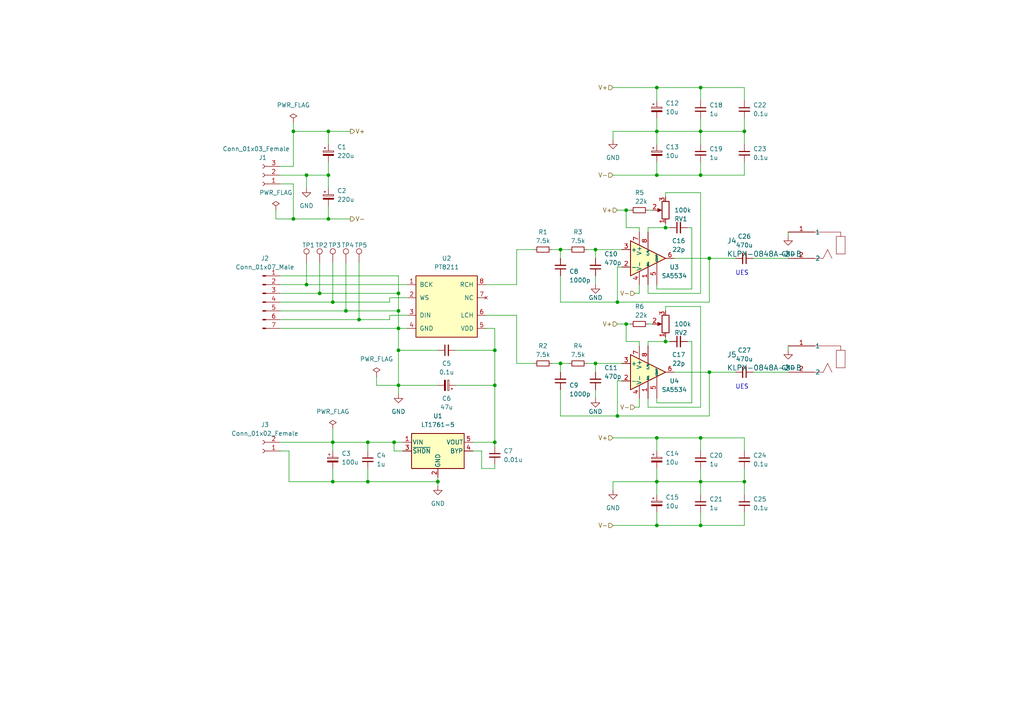
<source format=kicad_sch>
(kicad_sch (version 20211123) (generator eeschema)

  (uuid 23a9d9bd-947d-4907-99da-ad4334bd5f75)

  (paper "A4")

  (title_block
    (date "2023-09-23")
  )

  (lib_symbols
    (symbol "2023-09-23_07-03-55:KLPX-0848A-2-B" (pin_names (offset 0.254)) (in_bom yes) (on_board yes)
      (property "Reference" "J5" (id 0) (at 17.78 -2.54 0)
        (effects (font (size 1.524 1.524)) (justify right))
      )
      (property "Value" "KLPX-0848A-2-B" (id 1) (at 17.78 -6.35 0)
        (effects (font (size 1.524 1.524)) (justify right))
      )
      (property "Footprint" "KLPX-0848A-2-B_KYC" (id 2) (at 0 0 0)
        (effects (font (size 1.27 1.27) italic) hide)
      )
      (property "Datasheet" "KLPX-0848A-2-B" (id 3) (at 0 0 0)
        (effects (font (size 1.27 1.27) italic) hide)
      )
      (property "ki_locked" "" (id 4) (at 0 0 0)
        (effects (font (size 1.27 1.27)))
      )
      (property "ki_keywords" "KLPX-0848A-2-B" (id 5) (at 0 0 0)
        (effects (font (size 1.27 1.27)) hide)
      )
      (property "ki_fp_filters" "KLPX-0848A-2-B_KYC" (id 6) (at 0 0 0)
        (effects (font (size 1.27 1.27)) hide)
      )
      (symbol "KLPX-0848A-2-B_0_1"
        (polyline
          (pts
            (xy -16.51 -6.35)
            (xy -16.51 -1.27)
          )
          (stroke (width 0.127) (type default) (color 0 0 0 0))
          (fill (type none))
        )
        (polyline
          (pts
            (xy -16.51 -1.27)
            (xy -13.97 -1.27)
          )
          (stroke (width 0.127) (type default) (color 0 0 0 0))
          (fill (type none))
        )
        (polyline
          (pts
            (xy -15.24 0)
            (xy -15.24 -1.27)
          )
          (stroke (width 0.127) (type default) (color 0 0 0 0))
          (fill (type none))
        )
        (polyline
          (pts
            (xy -13.97 -6.35)
            (xy -16.51 -6.35)
          )
          (stroke (width 0.127) (type default) (color 0 0 0 0))
          (fill (type none))
        )
        (polyline
          (pts
            (xy -13.97 -1.27)
            (xy -13.97 -6.35)
          )
          (stroke (width 0.127) (type default) (color 0 0 0 0))
          (fill (type none))
        )
        (polyline
          (pts
            (xy -11.43 -5.08)
            (xy -12.7 -7.62)
          )
          (stroke (width 0.127) (type default) (color 0 0 0 0))
          (fill (type none))
        )
        (polyline
          (pts
            (xy -10.16 -7.62)
            (xy -11.43 -5.08)
          )
          (stroke (width 0.127) (type default) (color 0 0 0 0))
          (fill (type none))
        )
        (polyline
          (pts
            (xy -7.62 -7.62)
            (xy -10.16 -7.62)
          )
          (stroke (width 0.127) (type default) (color 0 0 0 0))
          (fill (type none))
        )
        (polyline
          (pts
            (xy -7.62 0)
            (xy -15.24 0)
          )
          (stroke (width 0.127) (type default) (color 0 0 0 0))
          (fill (type none))
        )
        (pin passive line (at 0 0 180) (length 7.62)
          (name "1" (effects (font (size 1.27 1.27))))
          (number "1" (effects (font (size 1.27 1.27))))
        )
        (pin passive line (at 0 -7.62 180) (length 7.62)
          (name "2" (effects (font (size 1.27 1.27))))
          (number "2" (effects (font (size 1.27 1.27))))
        )
      )
    )
    (symbol "Amplifier_Operational:SA5534" (pin_names (offset 0.127)) (in_bom yes) (on_board yes)
      (property "Reference" "U" (id 0) (at 1.27 6.35 0)
        (effects (font (size 1.27 1.27)) (justify left))
      )
      (property "Value" "SA5534" (id 1) (at 1.27 3.81 0)
        (effects (font (size 1.27 1.27)) (justify left))
      )
      (property "Footprint" "" (id 2) (at 1.27 1.27 0)
        (effects (font (size 1.27 1.27)) hide)
      )
      (property "Datasheet" "http://www.ti.com/lit/ds/symlink/ne5534.pdf" (id 3) (at 1.27 3.81 0)
        (effects (font (size 1.27 1.27)) hide)
      )
      (property "ki_keywords" "single opamp" (id 4) (at 0 0 0)
        (effects (font (size 1.27 1.27)) hide)
      )
      (property "ki_description" "Single Low-Noise Operational Amplifiers, DIP-8/SOIC-8" (id 5) (at 0 0 0)
        (effects (font (size 1.27 1.27)) hide)
      )
      (property "ki_fp_filters" "DIP*W7.62mm* SOIC*3.9x4.9mm*P1.27mm* TO?5*" (id 6) (at 0 0 0)
        (effects (font (size 1.27 1.27)) hide)
      )
      (symbol "SA5534_0_1"
        (polyline
          (pts
            (xy -5.08 5.08)
            (xy 5.08 0)
            (xy -5.08 -5.08)
            (xy -5.08 5.08)
          )
          (stroke (width 0.254) (type default) (color 0 0 0 0))
          (fill (type background))
        )
      )
      (symbol "SA5534_1_1"
        (pin input line (at 0 -7.62 90) (length 5.08)
          (name "BAL" (effects (font (size 0.508 0.508))))
          (number "1" (effects (font (size 1.27 1.27))))
        )
        (pin input line (at -7.62 -2.54 0) (length 2.54)
          (name "-" (effects (font (size 1.27 1.27))))
          (number "2" (effects (font (size 1.27 1.27))))
        )
        (pin input line (at -7.62 2.54 0) (length 2.54)
          (name "+" (effects (font (size 1.27 1.27))))
          (number "3" (effects (font (size 1.27 1.27))))
        )
        (pin power_in line (at -2.54 -7.62 90) (length 3.81)
          (name "V-" (effects (font (size 1.27 1.27))))
          (number "4" (effects (font (size 1.27 1.27))))
        )
        (pin input line (at 2.54 -7.62 90) (length 6.35)
          (name "COMP" (effects (font (size 0.508 0.508))))
          (number "5" (effects (font (size 1.27 1.27))))
        )
        (pin output line (at 7.62 0 180) (length 2.54)
          (name "~" (effects (font (size 1.27 1.27))))
          (number "6" (effects (font (size 1.27 1.27))))
        )
        (pin power_in line (at -2.54 7.62 270) (length 3.81)
          (name "V+" (effects (font (size 1.27 1.27))))
          (number "7" (effects (font (size 1.27 1.27))))
        )
        (pin input line (at 0 7.62 270) (length 5.08)
          (name "C/B" (effects (font (size 0.508 0.508))))
          (number "8" (effects (font (size 1.27 1.27))))
        )
      )
    )
    (symbol "Connector:Conn_01x02_Female" (pin_names (offset 1.016) hide) (in_bom yes) (on_board yes)
      (property "Reference" "J" (id 0) (at 0 2.54 0)
        (effects (font (size 1.27 1.27)))
      )
      (property "Value" "Conn_01x02_Female" (id 1) (at 0 -5.08 0)
        (effects (font (size 1.27 1.27)))
      )
      (property "Footprint" "" (id 2) (at 0 0 0)
        (effects (font (size 1.27 1.27)) hide)
      )
      (property "Datasheet" "~" (id 3) (at 0 0 0)
        (effects (font (size 1.27 1.27)) hide)
      )
      (property "ki_keywords" "connector" (id 4) (at 0 0 0)
        (effects (font (size 1.27 1.27)) hide)
      )
      (property "ki_description" "Generic connector, single row, 01x02, script generated (kicad-library-utils/schlib/autogen/connector/)" (id 5) (at 0 0 0)
        (effects (font (size 1.27 1.27)) hide)
      )
      (property "ki_fp_filters" "Connector*:*_1x??_*" (id 6) (at 0 0 0)
        (effects (font (size 1.27 1.27)) hide)
      )
      (symbol "Conn_01x02_Female_1_1"
        (arc (start 0 -2.032) (mid -0.508 -2.54) (end 0 -3.048)
          (stroke (width 0.1524) (type default) (color 0 0 0 0))
          (fill (type none))
        )
        (polyline
          (pts
            (xy -1.27 -2.54)
            (xy -0.508 -2.54)
          )
          (stroke (width 0.1524) (type default) (color 0 0 0 0))
          (fill (type none))
        )
        (polyline
          (pts
            (xy -1.27 0)
            (xy -0.508 0)
          )
          (stroke (width 0.1524) (type default) (color 0 0 0 0))
          (fill (type none))
        )
        (arc (start 0 0.508) (mid -0.508 0) (end 0 -0.508)
          (stroke (width 0.1524) (type default) (color 0 0 0 0))
          (fill (type none))
        )
        (pin passive line (at -5.08 0 0) (length 3.81)
          (name "Pin_1" (effects (font (size 1.27 1.27))))
          (number "1" (effects (font (size 1.27 1.27))))
        )
        (pin passive line (at -5.08 -2.54 0) (length 3.81)
          (name "Pin_2" (effects (font (size 1.27 1.27))))
          (number "2" (effects (font (size 1.27 1.27))))
        )
      )
    )
    (symbol "Connector:Conn_01x03_Female" (pin_names (offset 1.016) hide) (in_bom yes) (on_board yes)
      (property "Reference" "J" (id 0) (at 0 5.08 0)
        (effects (font (size 1.27 1.27)))
      )
      (property "Value" "Conn_01x03_Female" (id 1) (at 0 -5.08 0)
        (effects (font (size 1.27 1.27)))
      )
      (property "Footprint" "" (id 2) (at 0 0 0)
        (effects (font (size 1.27 1.27)) hide)
      )
      (property "Datasheet" "~" (id 3) (at 0 0 0)
        (effects (font (size 1.27 1.27)) hide)
      )
      (property "ki_keywords" "connector" (id 4) (at 0 0 0)
        (effects (font (size 1.27 1.27)) hide)
      )
      (property "ki_description" "Generic connector, single row, 01x03, script generated (kicad-library-utils/schlib/autogen/connector/)" (id 5) (at 0 0 0)
        (effects (font (size 1.27 1.27)) hide)
      )
      (property "ki_fp_filters" "Connector*:*_1x??_*" (id 6) (at 0 0 0)
        (effects (font (size 1.27 1.27)) hide)
      )
      (symbol "Conn_01x03_Female_1_1"
        (arc (start 0 -2.032) (mid -0.508 -2.54) (end 0 -3.048)
          (stroke (width 0.1524) (type default) (color 0 0 0 0))
          (fill (type none))
        )
        (polyline
          (pts
            (xy -1.27 -2.54)
            (xy -0.508 -2.54)
          )
          (stroke (width 0.1524) (type default) (color 0 0 0 0))
          (fill (type none))
        )
        (polyline
          (pts
            (xy -1.27 0)
            (xy -0.508 0)
          )
          (stroke (width 0.1524) (type default) (color 0 0 0 0))
          (fill (type none))
        )
        (polyline
          (pts
            (xy -1.27 2.54)
            (xy -0.508 2.54)
          )
          (stroke (width 0.1524) (type default) (color 0 0 0 0))
          (fill (type none))
        )
        (arc (start 0 0.508) (mid -0.508 0) (end 0 -0.508)
          (stroke (width 0.1524) (type default) (color 0 0 0 0))
          (fill (type none))
        )
        (arc (start 0 3.048) (mid -0.508 2.54) (end 0 2.032)
          (stroke (width 0.1524) (type default) (color 0 0 0 0))
          (fill (type none))
        )
        (pin passive line (at -5.08 2.54 0) (length 3.81)
          (name "Pin_1" (effects (font (size 1.27 1.27))))
          (number "1" (effects (font (size 1.27 1.27))))
        )
        (pin passive line (at -5.08 0 0) (length 3.81)
          (name "Pin_2" (effects (font (size 1.27 1.27))))
          (number "2" (effects (font (size 1.27 1.27))))
        )
        (pin passive line (at -5.08 -2.54 0) (length 3.81)
          (name "Pin_3" (effects (font (size 1.27 1.27))))
          (number "3" (effects (font (size 1.27 1.27))))
        )
      )
    )
    (symbol "Connector:Conn_01x07_Male" (pin_names (offset 1.016) hide) (in_bom yes) (on_board yes)
      (property "Reference" "J" (id 0) (at 0 10.16 0)
        (effects (font (size 1.27 1.27)))
      )
      (property "Value" "Conn_01x07_Male" (id 1) (at 0 -10.16 0)
        (effects (font (size 1.27 1.27)))
      )
      (property "Footprint" "" (id 2) (at 0 0 0)
        (effects (font (size 1.27 1.27)) hide)
      )
      (property "Datasheet" "~" (id 3) (at 0 0 0)
        (effects (font (size 1.27 1.27)) hide)
      )
      (property "ki_keywords" "connector" (id 4) (at 0 0 0)
        (effects (font (size 1.27 1.27)) hide)
      )
      (property "ki_description" "Generic connector, single row, 01x07, script generated (kicad-library-utils/schlib/autogen/connector/)" (id 5) (at 0 0 0)
        (effects (font (size 1.27 1.27)) hide)
      )
      (property "ki_fp_filters" "Connector*:*_1x??_*" (id 6) (at 0 0 0)
        (effects (font (size 1.27 1.27)) hide)
      )
      (symbol "Conn_01x07_Male_1_1"
        (polyline
          (pts
            (xy 1.27 -7.62)
            (xy 0.8636 -7.62)
          )
          (stroke (width 0.1524) (type default) (color 0 0 0 0))
          (fill (type none))
        )
        (polyline
          (pts
            (xy 1.27 -5.08)
            (xy 0.8636 -5.08)
          )
          (stroke (width 0.1524) (type default) (color 0 0 0 0))
          (fill (type none))
        )
        (polyline
          (pts
            (xy 1.27 -2.54)
            (xy 0.8636 -2.54)
          )
          (stroke (width 0.1524) (type default) (color 0 0 0 0))
          (fill (type none))
        )
        (polyline
          (pts
            (xy 1.27 0)
            (xy 0.8636 0)
          )
          (stroke (width 0.1524) (type default) (color 0 0 0 0))
          (fill (type none))
        )
        (polyline
          (pts
            (xy 1.27 2.54)
            (xy 0.8636 2.54)
          )
          (stroke (width 0.1524) (type default) (color 0 0 0 0))
          (fill (type none))
        )
        (polyline
          (pts
            (xy 1.27 5.08)
            (xy 0.8636 5.08)
          )
          (stroke (width 0.1524) (type default) (color 0 0 0 0))
          (fill (type none))
        )
        (polyline
          (pts
            (xy 1.27 7.62)
            (xy 0.8636 7.62)
          )
          (stroke (width 0.1524) (type default) (color 0 0 0 0))
          (fill (type none))
        )
        (rectangle (start 0.8636 -7.493) (end 0 -7.747)
          (stroke (width 0.1524) (type default) (color 0 0 0 0))
          (fill (type outline))
        )
        (rectangle (start 0.8636 -4.953) (end 0 -5.207)
          (stroke (width 0.1524) (type default) (color 0 0 0 0))
          (fill (type outline))
        )
        (rectangle (start 0.8636 -2.413) (end 0 -2.667)
          (stroke (width 0.1524) (type default) (color 0 0 0 0))
          (fill (type outline))
        )
        (rectangle (start 0.8636 0.127) (end 0 -0.127)
          (stroke (width 0.1524) (type default) (color 0 0 0 0))
          (fill (type outline))
        )
        (rectangle (start 0.8636 2.667) (end 0 2.413)
          (stroke (width 0.1524) (type default) (color 0 0 0 0))
          (fill (type outline))
        )
        (rectangle (start 0.8636 5.207) (end 0 4.953)
          (stroke (width 0.1524) (type default) (color 0 0 0 0))
          (fill (type outline))
        )
        (rectangle (start 0.8636 7.747) (end 0 7.493)
          (stroke (width 0.1524) (type default) (color 0 0 0 0))
          (fill (type outline))
        )
        (pin passive line (at 5.08 7.62 180) (length 3.81)
          (name "Pin_1" (effects (font (size 1.27 1.27))))
          (number "1" (effects (font (size 1.27 1.27))))
        )
        (pin passive line (at 5.08 5.08 180) (length 3.81)
          (name "Pin_2" (effects (font (size 1.27 1.27))))
          (number "2" (effects (font (size 1.27 1.27))))
        )
        (pin passive line (at 5.08 2.54 180) (length 3.81)
          (name "Pin_3" (effects (font (size 1.27 1.27))))
          (number "3" (effects (font (size 1.27 1.27))))
        )
        (pin passive line (at 5.08 0 180) (length 3.81)
          (name "Pin_4" (effects (font (size 1.27 1.27))))
          (number "4" (effects (font (size 1.27 1.27))))
        )
        (pin passive line (at 5.08 -2.54 180) (length 3.81)
          (name "Pin_5" (effects (font (size 1.27 1.27))))
          (number "5" (effects (font (size 1.27 1.27))))
        )
        (pin passive line (at 5.08 -5.08 180) (length 3.81)
          (name "Pin_6" (effects (font (size 1.27 1.27))))
          (number "6" (effects (font (size 1.27 1.27))))
        )
        (pin passive line (at 5.08 -7.62 180) (length 3.81)
          (name "Pin_7" (effects (font (size 1.27 1.27))))
          (number "7" (effects (font (size 1.27 1.27))))
        )
      )
    )
    (symbol "Connector:TestPoint" (pin_numbers hide) (pin_names (offset 0.762) hide) (in_bom yes) (on_board yes)
      (property "Reference" "TP" (id 0) (at 0 6.858 0)
        (effects (font (size 1.27 1.27)))
      )
      (property "Value" "TestPoint" (id 1) (at 0 5.08 0)
        (effects (font (size 1.27 1.27)))
      )
      (property "Footprint" "" (id 2) (at 5.08 0 0)
        (effects (font (size 1.27 1.27)) hide)
      )
      (property "Datasheet" "~" (id 3) (at 5.08 0 0)
        (effects (font (size 1.27 1.27)) hide)
      )
      (property "ki_keywords" "test point tp" (id 4) (at 0 0 0)
        (effects (font (size 1.27 1.27)) hide)
      )
      (property "ki_description" "test point" (id 5) (at 0 0 0)
        (effects (font (size 1.27 1.27)) hide)
      )
      (property "ki_fp_filters" "Pin* Test*" (id 6) (at 0 0 0)
        (effects (font (size 1.27 1.27)) hide)
      )
      (symbol "TestPoint_0_1"
        (circle (center 0 3.302) (radius 0.762)
          (stroke (width 0) (type default) (color 0 0 0 0))
          (fill (type none))
        )
      )
      (symbol "TestPoint_1_1"
        (pin passive line (at 0 0 90) (length 2.54)
          (name "1" (effects (font (size 1.27 1.27))))
          (number "1" (effects (font (size 1.27 1.27))))
        )
      )
    )
    (symbol "Device:C_Polarized_Small" (pin_numbers hide) (pin_names (offset 0.254) hide) (in_bom yes) (on_board yes)
      (property "Reference" "C" (id 0) (at 0.254 1.778 0)
        (effects (font (size 1.27 1.27)) (justify left))
      )
      (property "Value" "C_Polarized_Small" (id 1) (at 0.254 -2.032 0)
        (effects (font (size 1.27 1.27)) (justify left))
      )
      (property "Footprint" "" (id 2) (at 0 0 0)
        (effects (font (size 1.27 1.27)) hide)
      )
      (property "Datasheet" "~" (id 3) (at 0 0 0)
        (effects (font (size 1.27 1.27)) hide)
      )
      (property "ki_keywords" "cap capacitor" (id 4) (at 0 0 0)
        (effects (font (size 1.27 1.27)) hide)
      )
      (property "ki_description" "Polarized capacitor, small symbol" (id 5) (at 0 0 0)
        (effects (font (size 1.27 1.27)) hide)
      )
      (property "ki_fp_filters" "CP_*" (id 6) (at 0 0 0)
        (effects (font (size 1.27 1.27)) hide)
      )
      (symbol "C_Polarized_Small_0_1"
        (rectangle (start -1.524 -0.3048) (end 1.524 -0.6858)
          (stroke (width 0) (type default) (color 0 0 0 0))
          (fill (type outline))
        )
        (rectangle (start -1.524 0.6858) (end 1.524 0.3048)
          (stroke (width 0) (type default) (color 0 0 0 0))
          (fill (type none))
        )
        (polyline
          (pts
            (xy -1.27 1.524)
            (xy -0.762 1.524)
          )
          (stroke (width 0) (type default) (color 0 0 0 0))
          (fill (type none))
        )
        (polyline
          (pts
            (xy -1.016 1.27)
            (xy -1.016 1.778)
          )
          (stroke (width 0) (type default) (color 0 0 0 0))
          (fill (type none))
        )
      )
      (symbol "C_Polarized_Small_1_1"
        (pin passive line (at 0 2.54 270) (length 1.8542)
          (name "~" (effects (font (size 1.27 1.27))))
          (number "1" (effects (font (size 1.27 1.27))))
        )
        (pin passive line (at 0 -2.54 90) (length 1.8542)
          (name "~" (effects (font (size 1.27 1.27))))
          (number "2" (effects (font (size 1.27 1.27))))
        )
      )
    )
    (symbol "Device:C_Small" (pin_numbers hide) (pin_names (offset 0.254) hide) (in_bom yes) (on_board yes)
      (property "Reference" "C" (id 0) (at 0.254 1.778 0)
        (effects (font (size 1.27 1.27)) (justify left))
      )
      (property "Value" "C_Small" (id 1) (at 0.254 -2.032 0)
        (effects (font (size 1.27 1.27)) (justify left))
      )
      (property "Footprint" "" (id 2) (at 0 0 0)
        (effects (font (size 1.27 1.27)) hide)
      )
      (property "Datasheet" "~" (id 3) (at 0 0 0)
        (effects (font (size 1.27 1.27)) hide)
      )
      (property "ki_keywords" "capacitor cap" (id 4) (at 0 0 0)
        (effects (font (size 1.27 1.27)) hide)
      )
      (property "ki_description" "Unpolarized capacitor, small symbol" (id 5) (at 0 0 0)
        (effects (font (size 1.27 1.27)) hide)
      )
      (property "ki_fp_filters" "C_*" (id 6) (at 0 0 0)
        (effects (font (size 1.27 1.27)) hide)
      )
      (symbol "C_Small_0_1"
        (polyline
          (pts
            (xy -1.524 -0.508)
            (xy 1.524 -0.508)
          )
          (stroke (width 0.3302) (type default) (color 0 0 0 0))
          (fill (type none))
        )
        (polyline
          (pts
            (xy -1.524 0.508)
            (xy 1.524 0.508)
          )
          (stroke (width 0.3048) (type default) (color 0 0 0 0))
          (fill (type none))
        )
      )
      (symbol "C_Small_1_1"
        (pin passive line (at 0 2.54 270) (length 2.032)
          (name "~" (effects (font (size 1.27 1.27))))
          (number "1" (effects (font (size 1.27 1.27))))
        )
        (pin passive line (at 0 -2.54 90) (length 2.032)
          (name "~" (effects (font (size 1.27 1.27))))
          (number "2" (effects (font (size 1.27 1.27))))
        )
      )
    )
    (symbol "Device:R_Potentiometer" (pin_names (offset 1.016) hide) (in_bom yes) (on_board yes)
      (property "Reference" "RV" (id 0) (at -4.445 0 90)
        (effects (font (size 1.27 1.27)))
      )
      (property "Value" "R_Potentiometer" (id 1) (at -2.54 0 90)
        (effects (font (size 1.27 1.27)))
      )
      (property "Footprint" "" (id 2) (at 0 0 0)
        (effects (font (size 1.27 1.27)) hide)
      )
      (property "Datasheet" "~" (id 3) (at 0 0 0)
        (effects (font (size 1.27 1.27)) hide)
      )
      (property "ki_keywords" "resistor variable" (id 4) (at 0 0 0)
        (effects (font (size 1.27 1.27)) hide)
      )
      (property "ki_description" "Potentiometer" (id 5) (at 0 0 0)
        (effects (font (size 1.27 1.27)) hide)
      )
      (property "ki_fp_filters" "Potentiometer*" (id 6) (at 0 0 0)
        (effects (font (size 1.27 1.27)) hide)
      )
      (symbol "R_Potentiometer_0_1"
        (polyline
          (pts
            (xy 2.54 0)
            (xy 1.524 0)
          )
          (stroke (width 0) (type default) (color 0 0 0 0))
          (fill (type none))
        )
        (polyline
          (pts
            (xy 1.143 0)
            (xy 2.286 0.508)
            (xy 2.286 -0.508)
            (xy 1.143 0)
          )
          (stroke (width 0) (type default) (color 0 0 0 0))
          (fill (type outline))
        )
        (rectangle (start 1.016 2.54) (end -1.016 -2.54)
          (stroke (width 0.254) (type default) (color 0 0 0 0))
          (fill (type none))
        )
      )
      (symbol "R_Potentiometer_1_1"
        (pin passive line (at 0 3.81 270) (length 1.27)
          (name "1" (effects (font (size 1.27 1.27))))
          (number "1" (effects (font (size 1.27 1.27))))
        )
        (pin passive line (at 3.81 0 180) (length 1.27)
          (name "2" (effects (font (size 1.27 1.27))))
          (number "2" (effects (font (size 1.27 1.27))))
        )
        (pin passive line (at 0 -3.81 90) (length 1.27)
          (name "3" (effects (font (size 1.27 1.27))))
          (number "3" (effects (font (size 1.27 1.27))))
        )
      )
    )
    (symbol "Device:R_Small" (pin_numbers hide) (pin_names (offset 0.254) hide) (in_bom yes) (on_board yes)
      (property "Reference" "R" (id 0) (at 0.762 0.508 0)
        (effects (font (size 1.27 1.27)) (justify left))
      )
      (property "Value" "R_Small" (id 1) (at 0.762 -1.016 0)
        (effects (font (size 1.27 1.27)) (justify left))
      )
      (property "Footprint" "" (id 2) (at 0 0 0)
        (effects (font (size 1.27 1.27)) hide)
      )
      (property "Datasheet" "~" (id 3) (at 0 0 0)
        (effects (font (size 1.27 1.27)) hide)
      )
      (property "ki_keywords" "R resistor" (id 4) (at 0 0 0)
        (effects (font (size 1.27 1.27)) hide)
      )
      (property "ki_description" "Resistor, small symbol" (id 5) (at 0 0 0)
        (effects (font (size 1.27 1.27)) hide)
      )
      (property "ki_fp_filters" "R_*" (id 6) (at 0 0 0)
        (effects (font (size 1.27 1.27)) hide)
      )
      (symbol "R_Small_0_1"
        (rectangle (start -0.762 1.778) (end 0.762 -1.778)
          (stroke (width 0.2032) (type default) (color 0 0 0 0))
          (fill (type none))
        )
      )
      (symbol "R_Small_1_1"
        (pin passive line (at 0 2.54 270) (length 0.762)
          (name "~" (effects (font (size 1.27 1.27))))
          (number "1" (effects (font (size 1.27 1.27))))
        )
        (pin passive line (at 0 -2.54 90) (length 0.762)
          (name "~" (effects (font (size 1.27 1.27))))
          (number "2" (effects (font (size 1.27 1.27))))
        )
      )
    )
    (symbol "KLPX-0848A-2-B_1" (pin_names (offset 0.254)) (in_bom yes) (on_board yes)
      (property "Reference" "J4" (id 0) (at 17.78 -2.54 0)
        (effects (font (size 1.524 1.524)) (justify right))
      )
      (property "Value" "KLPX-0848A-2-B_1" (id 1) (at 17.78 -6.35 0)
        (effects (font (size 1.524 1.524)) (justify right))
      )
      (property "Footprint" "KLPX-0848A-2-B_KYC" (id 2) (at 0 0 0)
        (effects (font (size 1.27 1.27) italic) hide)
      )
      (property "Datasheet" "KLPX-0848A-2-B" (id 3) (at 0 0 0)
        (effects (font (size 1.27 1.27) italic) hide)
      )
      (property "ki_locked" "" (id 4) (at 0 0 0)
        (effects (font (size 1.27 1.27)))
      )
      (property "ki_keywords" "KLPX-0848A-2-B" (id 5) (at 0 0 0)
        (effects (font (size 1.27 1.27)) hide)
      )
      (property "ki_fp_filters" "KLPX-0848A-2-B_KYC" (id 6) (at 0 0 0)
        (effects (font (size 1.27 1.27)) hide)
      )
      (symbol "KLPX-0848A-2-B_1_0_1"
        (polyline
          (pts
            (xy -16.51 -6.35)
            (xy -16.51 -1.27)
          )
          (stroke (width 0.127) (type default) (color 0 0 0 0))
          (fill (type none))
        )
        (polyline
          (pts
            (xy -16.51 -1.27)
            (xy -13.97 -1.27)
          )
          (stroke (width 0.127) (type default) (color 0 0 0 0))
          (fill (type none))
        )
        (polyline
          (pts
            (xy -15.24 0)
            (xy -15.24 -1.27)
          )
          (stroke (width 0.127) (type default) (color 0 0 0 0))
          (fill (type none))
        )
        (polyline
          (pts
            (xy -13.97 -6.35)
            (xy -16.51 -6.35)
          )
          (stroke (width 0.127) (type default) (color 0 0 0 0))
          (fill (type none))
        )
        (polyline
          (pts
            (xy -13.97 -1.27)
            (xy -13.97 -6.35)
          )
          (stroke (width 0.127) (type default) (color 0 0 0 0))
          (fill (type none))
        )
        (polyline
          (pts
            (xy -11.43 -5.08)
            (xy -12.7 -7.62)
          )
          (stroke (width 0.127) (type default) (color 0 0 0 0))
          (fill (type none))
        )
        (polyline
          (pts
            (xy -10.16 -7.62)
            (xy -11.43 -5.08)
          )
          (stroke (width 0.127) (type default) (color 0 0 0 0))
          (fill (type none))
        )
        (polyline
          (pts
            (xy -7.62 -7.62)
            (xy -10.16 -7.62)
          )
          (stroke (width 0.127) (type default) (color 0 0 0 0))
          (fill (type none))
        )
        (polyline
          (pts
            (xy -7.62 0)
            (xy -15.24 0)
          )
          (stroke (width 0.127) (type default) (color 0 0 0 0))
          (fill (type none))
        )
        (pin passive line (at 0 0 180) (length 7.62)
          (name "1" (effects (font (size 1.27 1.27))))
          (number "1" (effects (font (size 1.27 1.27))))
        )
        (pin passive line (at 0 -7.62 180) (length 7.62)
          (name "2" (effects (font (size 1.27 1.27))))
          (number "2" (effects (font (size 1.27 1.27))))
        )
      )
    )
    (symbol "Regulator_Linear:LT1761-5" (pin_names (offset 0.254)) (in_bom yes) (on_board yes)
      (property "Reference" "U" (id 0) (at -6.35 6.35 0)
        (effects (font (size 1.27 1.27)))
      )
      (property "Value" "LT1761-5" (id 1) (at 0 6.35 0)
        (effects (font (size 1.27 1.27)) (justify left))
      )
      (property "Footprint" "Package_TO_SOT_SMD:TSOT-23-5" (id 2) (at 0 8.255 0)
        (effects (font (size 1.27 1.27)) hide)
      )
      (property "Datasheet" "https://www.analog.com/media/en/technical-documentation/data-sheets/1761sff.pdf" (id 3) (at 0 0 0)
        (effects (font (size 1.27 1.27)) hide)
      )
      (property "ki_keywords" "REGULATOR POSITIVE POWER LDO" (id 4) (at 0 0 0)
        (effects (font (size 1.27 1.27)) hide)
      )
      (property "ki_description" "MICROPOWER Low Noise 5V 100mA LDO regulator, TSOT-23-5" (id 5) (at 0 0 0)
        (effects (font (size 1.27 1.27)) hide)
      )
      (property "ki_fp_filters" "TSOT?23*" (id 6) (at 0 0 0)
        (effects (font (size 1.27 1.27)) hide)
      )
      (symbol "LT1761-5_0_1"
        (rectangle (start -7.62 5.08) (end 7.62 -5.08)
          (stroke (width 0.254) (type default) (color 0 0 0 0))
          (fill (type background))
        )
      )
      (symbol "LT1761-5_1_1"
        (pin power_in line (at -10.16 2.54 0) (length 2.54)
          (name "VIN" (effects (font (size 1.27 1.27))))
          (number "1" (effects (font (size 1.27 1.27))))
        )
        (pin power_in line (at 0 -7.62 90) (length 2.54)
          (name "GND" (effects (font (size 1.27 1.27))))
          (number "2" (effects (font (size 1.27 1.27))))
        )
        (pin input line (at -10.16 0 0) (length 2.54)
          (name "~{SHDN}" (effects (font (size 1.27 1.27))))
          (number "3" (effects (font (size 1.27 1.27))))
        )
        (pin passive line (at 10.16 0 180) (length 2.54)
          (name "BYP" (effects (font (size 1.27 1.27))))
          (number "4" (effects (font (size 1.27 1.27))))
        )
        (pin power_out line (at 10.16 2.54 180) (length 2.54)
          (name "VOUT" (effects (font (size 1.27 1.27))))
          (number "5" (effects (font (size 1.27 1.27))))
        )
      )
    )
    (symbol "power:GND" (power) (pin_names (offset 0)) (in_bom yes) (on_board yes)
      (property "Reference" "#PWR" (id 0) (at 0 -6.35 0)
        (effects (font (size 1.27 1.27)) hide)
      )
      (property "Value" "GND" (id 1) (at 0 -3.81 0)
        (effects (font (size 1.27 1.27)))
      )
      (property "Footprint" "" (id 2) (at 0 0 0)
        (effects (font (size 1.27 1.27)) hide)
      )
      (property "Datasheet" "" (id 3) (at 0 0 0)
        (effects (font (size 1.27 1.27)) hide)
      )
      (property "ki_keywords" "global power" (id 4) (at 0 0 0)
        (effects (font (size 1.27 1.27)) hide)
      )
      (property "ki_description" "Power symbol creates a global label with name \"GND\" , ground" (id 5) (at 0 0 0)
        (effects (font (size 1.27 1.27)) hide)
      )
      (symbol "GND_0_1"
        (polyline
          (pts
            (xy 0 0)
            (xy 0 -1.27)
            (xy 1.27 -1.27)
            (xy 0 -2.54)
            (xy -1.27 -1.27)
            (xy 0 -1.27)
          )
          (stroke (width 0) (type default) (color 0 0 0 0))
          (fill (type none))
        )
      )
      (symbol "GND_1_1"
        (pin power_in line (at 0 0 270) (length 0) hide
          (name "GND" (effects (font (size 1.27 1.27))))
          (number "1" (effects (font (size 1.27 1.27))))
        )
      )
    )
    (symbol "power:PWR_FLAG" (power) (pin_numbers hide) (pin_names (offset 0) hide) (in_bom yes) (on_board yes)
      (property "Reference" "#FLG" (id 0) (at 0 1.905 0)
        (effects (font (size 1.27 1.27)) hide)
      )
      (property "Value" "PWR_FLAG" (id 1) (at 0 3.81 0)
        (effects (font (size 1.27 1.27)))
      )
      (property "Footprint" "" (id 2) (at 0 0 0)
        (effects (font (size 1.27 1.27)) hide)
      )
      (property "Datasheet" "~" (id 3) (at 0 0 0)
        (effects (font (size 1.27 1.27)) hide)
      )
      (property "ki_keywords" "flag power" (id 4) (at 0 0 0)
        (effects (font (size 1.27 1.27)) hide)
      )
      (property "ki_description" "Special symbol for telling ERC where power comes from" (id 5) (at 0 0 0)
        (effects (font (size 1.27 1.27)) hide)
      )
      (symbol "PWR_FLAG_0_0"
        (pin power_out line (at 0 0 90) (length 0)
          (name "pwr" (effects (font (size 1.27 1.27))))
          (number "1" (effects (font (size 1.27 1.27))))
        )
      )
      (symbol "PWR_FLAG_0_1"
        (polyline
          (pts
            (xy 0 0)
            (xy 0 1.27)
            (xy -1.016 1.905)
            (xy 0 2.54)
            (xy 1.016 1.905)
            (xy 0 1.27)
          )
          (stroke (width 0) (type default) (color 0 0 0 0))
          (fill (type none))
        )
      )
    )
    (symbol "pt8211:PT8211" (pin_names (offset 1.016)) (in_bom yes) (on_board yes)
      (property "Reference" "U" (id 0) (at -8.89 10.16 0)
        (effects (font (size 1.27 1.27)) (justify left))
      )
      (property "Value" "PT8211" (id 1) (at -1.27 10.16 0)
        (effects (font (size 1.27 1.27)) (justify left))
      )
      (property "Footprint" "Housings_SOIC:SOIC-8_3.9x4.9mm_Pitch1.27mm" (id 2) (at 0 0 0)
        (effects (font (size 1.27 1.27) italic) hide)
      )
      (property "Datasheet" "" (id 3) (at 0 0 0)
        (effects (font (size 1.27 1.27)) hide)
      )
      (property "ki_fp_filters" "SO*" (id 4) (at 0 0 0)
        (effects (font (size 1.27 1.27)) hide)
      )
      (symbol "PT8211_0_1"
        (rectangle (start -8.89 8.89) (end 8.89 -8.89)
          (stroke (width 0.254) (type default) (color 0 0 0 0))
          (fill (type background))
        )
      )
      (symbol "PT8211_1_1"
        (pin input line (at -11.43 6.35 0) (length 2.54)
          (name "BCK" (effects (font (size 1.27 1.27))))
          (number "1" (effects (font (size 1.27 1.27))))
        )
        (pin input line (at -11.43 2.54 0) (length 2.54)
          (name "WS" (effects (font (size 1.27 1.27))))
          (number "2" (effects (font (size 1.27 1.27))))
        )
        (pin input line (at -11.43 -2.54 0) (length 2.54)
          (name "DIN" (effects (font (size 1.27 1.27))))
          (number "3" (effects (font (size 1.27 1.27))))
        )
        (pin power_in line (at -11.43 -6.35 0) (length 2.54)
          (name "GND" (effects (font (size 1.27 1.27))))
          (number "4" (effects (font (size 1.27 1.27))))
        )
        (pin power_in line (at 11.43 -6.35 180) (length 2.54)
          (name "VDD" (effects (font (size 1.27 1.27))))
          (number "5" (effects (font (size 1.27 1.27))))
        )
        (pin output line (at 11.43 -2.54 180) (length 2.54)
          (name "LCH" (effects (font (size 1.27 1.27))))
          (number "6" (effects (font (size 1.27 1.27))))
        )
        (pin no_connect line (at 11.43 2.54 180) (length 2.54)
          (name "NC" (effects (font (size 1.27 1.27))))
          (number "7" (effects (font (size 1.27 1.27))))
        )
        (pin output line (at 11.43 6.35 180) (length 2.54)
          (name "RCH" (effects (font (size 1.27 1.27))))
          (number "8" (effects (font (size 1.27 1.27))))
        )
      )
    )
  )

  (junction (at 115.57 101.6) (diameter 0) (color 0 0 0 0)
    (uuid 0075e346-1f07-427e-8d8b-e1961267f016)
  )
  (junction (at 179.07 87.63) (diameter 0) (color 0 0 0 0)
    (uuid 009082b1-bc94-44aa-b507-80bb3cc10175)
  )
  (junction (at 104.14 92.71) (diameter 0) (color 0 0 0 0)
    (uuid 06ead09b-ab33-449c-8ee6-d5fcd0c41b97)
  )
  (junction (at 143.51 128.27) (diameter 0) (color 0 0 0 0)
    (uuid 08913f2b-5146-4b14-a3fe-a580ec3cc4e5)
  )
  (junction (at 172.72 105.41) (diameter 0) (color 0 0 0 0)
    (uuid 11a8490c-23f5-47b4-bbeb-8b886039627f)
  )
  (junction (at 203.2 139.7) (diameter 0) (color 0 0 0 0)
    (uuid 198dae1e-66d5-4930-b787-8a3e3f75108c)
  )
  (junction (at 92.71 85.09) (diameter 0) (color 0 0 0 0)
    (uuid 1b30638f-1375-4aa1-b05e-08a52075bfa1)
  )
  (junction (at 215.9 38.1) (diameter 0) (color 0 0 0 0)
    (uuid 20df5469-bb3e-4a50-aa3e-1f45d2b81945)
  )
  (junction (at 190.5 50.8) (diameter 0) (color 0 0 0 0)
    (uuid 24ec1176-531e-40de-8817-6fbc9bc3626c)
  )
  (junction (at 181.61 93.98) (diameter 0) (color 0 0 0 0)
    (uuid 2b5b0227-b9d3-4aa8-a658-f37d27213bd3)
  )
  (junction (at 100.33 90.17) (diameter 0) (color 0 0 0 0)
    (uuid 418473fa-75b5-4389-81ec-82fd327a37c9)
  )
  (junction (at 203.2 127) (diameter 0) (color 0 0 0 0)
    (uuid 420e4569-13e5-4802-acfe-95cba9cc99c0)
  )
  (junction (at 162.56 72.39) (diameter 0) (color 0 0 0 0)
    (uuid 43d069fc-761d-499f-a651-0adacaa58d41)
  )
  (junction (at 85.09 63.5) (diameter 0) (color 0 0 0 0)
    (uuid 4a9ece5d-ee6d-4a1e-9049-137e67d70b4f)
  )
  (junction (at 96.52 87.63) (diameter 0) (color 0 0 0 0)
    (uuid 5132704f-2f36-450c-8f06-7f62d3bae238)
  )
  (junction (at 143.51 101.6) (diameter 0) (color 0 0 0 0)
    (uuid 521d0e28-0ae7-47c1-8499-34aa8963ed9a)
  )
  (junction (at 115.57 85.09) (diameter 0) (color 0 0 0 0)
    (uuid 5310f6c7-d816-4343-844a-2fdebc157264)
  )
  (junction (at 190.5 139.7) (diameter 0) (color 0 0 0 0)
    (uuid 6099b9d8-58fe-4cfe-8765-eec3b2c113dd)
  )
  (junction (at 203.2 152.4) (diameter 0) (color 0 0 0 0)
    (uuid 68e7e15c-3117-486d-97a6-40f00190a9cb)
  )
  (junction (at 205.74 107.95) (diameter 0) (color 0 0 0 0)
    (uuid 6d5a5424-c115-4da1-826e-cede32fe941a)
  )
  (junction (at 181.61 60.96) (diameter 0) (color 0 0 0 0)
    (uuid 71aba7ad-90c5-4eb0-b891-a639e649d353)
  )
  (junction (at 127 139.7) (diameter 0) (color 0 0 0 0)
    (uuid 7476ec58-bdc2-482d-ac37-5cd684851d41)
  )
  (junction (at 172.72 72.39) (diameter 0) (color 0 0 0 0)
    (uuid 74e59ab8-8bcd-4a25-8cb5-2a1b588154ce)
  )
  (junction (at 162.56 105.41) (diameter 0) (color 0 0 0 0)
    (uuid 7698148a-59b5-412d-a175-703b636d8044)
  )
  (junction (at 190.5 25.4) (diameter 0) (color 0 0 0 0)
    (uuid 7b87fd1d-e1ba-4867-99e6-5d0f8286aa8c)
  )
  (junction (at 85.09 38.1) (diameter 0) (color 0 0 0 0)
    (uuid 7c93a073-8b56-448a-8f62-b2f43fa544cc)
  )
  (junction (at 114.3 128.27) (diameter 0) (color 0 0 0 0)
    (uuid 8078912a-462e-4fe3-8d89-caba201d48bf)
  )
  (junction (at 143.51 111.76) (diameter 0) (color 0 0 0 0)
    (uuid 8675099b-d543-4fb2-aff7-20650b2aa594)
  )
  (junction (at 115.57 95.25) (diameter 0) (color 0 0 0 0)
    (uuid 890bd800-d4ac-4981-b435-764b1480286b)
  )
  (junction (at 88.9 50.8) (diameter 0) (color 0 0 0 0)
    (uuid 8d0d2e17-965b-465c-92e7-7fc0e6fb65b6)
  )
  (junction (at 179.07 120.65) (diameter 0) (color 0 0 0 0)
    (uuid 9cc08ceb-3be9-4b4f-8df7-fe47a5bd9b72)
  )
  (junction (at 203.2 50.8) (diameter 0) (color 0 0 0 0)
    (uuid 9cf72f3e-963f-4f5d-90c3-8030fa43bb27)
  )
  (junction (at 215.9 139.7) (diameter 0) (color 0 0 0 0)
    (uuid 9fd1e516-c887-44a4-ab5d-7fac49d7ac34)
  )
  (junction (at 106.68 139.7) (diameter 0) (color 0 0 0 0)
    (uuid a65690fb-c1cd-4986-a6a0-0c97342f899e)
  )
  (junction (at 190.5 38.1) (diameter 0) (color 0 0 0 0)
    (uuid a9359a9e-dac0-420d-8bb9-962210daedd5)
  )
  (junction (at 95.25 63.5) (diameter 0) (color 0 0 0 0)
    (uuid aca60d38-dd00-4926-828a-da843fbcdff8)
  )
  (junction (at 115.57 111.76) (diameter 0) (color 0 0 0 0)
    (uuid ba4ac13d-ef10-4145-b70c-b9967cb7046a)
  )
  (junction (at 96.52 128.27) (diameter 0) (color 0 0 0 0)
    (uuid bf79f653-5b01-4b46-85ac-a22f03bb535e)
  )
  (junction (at 190.5 152.4) (diameter 0) (color 0 0 0 0)
    (uuid c29b1c71-5ce1-422b-b2ae-23f996802ee3)
  )
  (junction (at 193.04 99.06) (diameter 0) (color 0 0 0 0)
    (uuid c2a2c238-3e83-4bf4-86a8-ec1ee793be28)
  )
  (junction (at 115.57 90.17) (diameter 0) (color 0 0 0 0)
    (uuid d1131a57-777a-41f2-95ef-d088bc3e396f)
  )
  (junction (at 106.68 128.27) (diameter 0) (color 0 0 0 0)
    (uuid d21a95df-438d-40ae-b4a3-8cf4f55191e5)
  )
  (junction (at 88.9 82.55) (diameter 0) (color 0 0 0 0)
    (uuid dee790c3-6138-4cd5-9e35-be0d32db75b4)
  )
  (junction (at 95.25 50.8) (diameter 0) (color 0 0 0 0)
    (uuid e230d59d-c2c9-4972-aec6-9964fbbd7cee)
  )
  (junction (at 193.04 66.04) (diameter 0) (color 0 0 0 0)
    (uuid e39e3fc5-95d8-4732-bbfb-9fc99d5eab0a)
  )
  (junction (at 203.2 25.4) (diameter 0) (color 0 0 0 0)
    (uuid e97bac9a-cf9d-4a0a-af98-c3196b91b995)
  )
  (junction (at 96.52 139.7) (diameter 0) (color 0 0 0 0)
    (uuid ea2609cb-c080-46c9-aae0-be264ee2cc11)
  )
  (junction (at 95.25 38.1) (diameter 0) (color 0 0 0 0)
    (uuid ebf11d89-26fa-4c94-acca-b44a5a06e0a5)
  )
  (junction (at 190.5 127) (diameter 0) (color 0 0 0 0)
    (uuid f063a42f-7cf8-405c-a295-cd79d89a22d8)
  )
  (junction (at 205.74 74.93) (diameter 0) (color 0 0 0 0)
    (uuid f82e3195-e587-4df9-ae75-7db73f00dcfc)
  )
  (junction (at 203.2 38.1) (diameter 0) (color 0 0 0 0)
    (uuid fc1727e5-972e-43e0-bb0c-5ab46ef28e95)
  )

  (wire (pts (xy 143.51 95.25) (xy 140.97 95.25))
    (stroke (width 0) (type default) (color 0 0 0 0))
    (uuid 013de27e-b28e-4221-a9f5-b47a51f4c5af)
  )
  (wire (pts (xy 203.2 38.1) (xy 215.9 38.1))
    (stroke (width 0) (type default) (color 0 0 0 0))
    (uuid 02db9127-392a-4303-9261-5f84c6922b4b)
  )
  (wire (pts (xy 205.74 74.93) (xy 213.36 74.93))
    (stroke (width 0) (type default) (color 0 0 0 0))
    (uuid 036e6c09-d172-40c2-8db0-d0e4daf32449)
  )
  (wire (pts (xy 190.5 127) (xy 190.5 130.81))
    (stroke (width 0) (type default) (color 0 0 0 0))
    (uuid 03c8c5a3-6809-4d37-ad55-f0f3c4915b40)
  )
  (wire (pts (xy 184.15 118.11) (xy 185.42 118.11))
    (stroke (width 0) (type default) (color 0 0 0 0))
    (uuid 060c9a07-2517-40f7-9dc5-deb0fac294d2)
  )
  (wire (pts (xy 185.42 67.31) (xy 185.42 66.04))
    (stroke (width 0) (type default) (color 0 0 0 0))
    (uuid 0745058b-bb75-49f2-92e4-b5baef6788d4)
  )
  (wire (pts (xy 190.5 135.89) (xy 190.5 139.7))
    (stroke (width 0) (type default) (color 0 0 0 0))
    (uuid 078354e2-0352-4dfa-8279-5f3f0f99093d)
  )
  (wire (pts (xy 115.57 85.09) (xy 115.57 90.17))
    (stroke (width 0) (type default) (color 0 0 0 0))
    (uuid 08321193-484f-4b0a-945e-f4a6299d2969)
  )
  (wire (pts (xy 181.61 60.96) (xy 182.88 60.96))
    (stroke (width 0) (type default) (color 0 0 0 0))
    (uuid 0919dbd0-b4c5-4dd6-9ce7-4e6d75ec2775)
  )
  (wire (pts (xy 88.9 82.55) (xy 118.11 82.55))
    (stroke (width 0) (type default) (color 0 0 0 0))
    (uuid 09ef0bc9-caae-450a-9974-162b90043c16)
  )
  (wire (pts (xy 177.8 25.4) (xy 190.5 25.4))
    (stroke (width 0) (type default) (color 0 0 0 0))
    (uuid 0af5431c-2d2b-4f62-8d0b-bb978881fbf2)
  )
  (wire (pts (xy 190.5 50.8) (xy 203.2 50.8))
    (stroke (width 0) (type default) (color 0 0 0 0))
    (uuid 0bd2bedf-e934-4e25-ae0a-fc3f65d1e4ea)
  )
  (wire (pts (xy 195.58 107.95) (xy 205.74 107.95))
    (stroke (width 0) (type default) (color 0 0 0 0))
    (uuid 0d614765-2a53-4ca2-9c59-f98d45059117)
  )
  (wire (pts (xy 170.18 105.41) (xy 172.72 105.41))
    (stroke (width 0) (type default) (color 0 0 0 0))
    (uuid 0dd6e338-f268-45b9-9339-25dec31a9225)
  )
  (wire (pts (xy 81.28 50.8) (xy 88.9 50.8))
    (stroke (width 0) (type default) (color 0 0 0 0))
    (uuid 108a5a16-12c1-46ea-8c7a-33bc877d2751)
  )
  (wire (pts (xy 203.2 25.4) (xy 215.9 25.4))
    (stroke (width 0) (type default) (color 0 0 0 0))
    (uuid 145e81dd-1398-4ae2-a6f5-4a12b285c0a6)
  )
  (wire (pts (xy 137.16 130.81) (xy 139.7 130.81))
    (stroke (width 0) (type default) (color 0 0 0 0))
    (uuid 15c50266-2a73-4e9b-aaf3-eb186e2f2167)
  )
  (wire (pts (xy 190.5 82.55) (xy 190.5 83.82))
    (stroke (width 0) (type default) (color 0 0 0 0))
    (uuid 15e434c1-0ed7-4191-b0c0-0be3e9490ddc)
  )
  (wire (pts (xy 80.01 60.96) (xy 80.01 63.5))
    (stroke (width 0) (type default) (color 0 0 0 0))
    (uuid 1b1b8140-eccd-4c04-a46f-6ca9e0e49416)
  )
  (wire (pts (xy 205.74 120.65) (xy 179.07 120.65))
    (stroke (width 0) (type default) (color 0 0 0 0))
    (uuid 1ba7d069-bc11-4d5a-b95f-ba80363798f0)
  )
  (wire (pts (xy 118.11 86.36) (xy 113.03 86.36))
    (stroke (width 0) (type default) (color 0 0 0 0))
    (uuid 1bc26801-f497-4c75-9e93-9189230e0f57)
  )
  (wire (pts (xy 172.72 72.39) (xy 180.34 72.39))
    (stroke (width 0) (type default) (color 0 0 0 0))
    (uuid 1e114484-ec66-4318-8f69-d2ef4139863b)
  )
  (wire (pts (xy 193.04 99.06) (xy 194.31 99.06))
    (stroke (width 0) (type default) (color 0 0 0 0))
    (uuid 1e223b56-765a-4e03-8bb4-ea73a6498062)
  )
  (wire (pts (xy 218.44 107.95) (xy 228.6 107.95))
    (stroke (width 0) (type default) (color 0 0 0 0))
    (uuid 1f237fbb-6185-4445-b8d1-4b0300e79797)
  )
  (wire (pts (xy 106.68 130.81) (xy 106.68 128.27))
    (stroke (width 0) (type default) (color 0 0 0 0))
    (uuid 1fb5ab7b-e5f8-4c56-85f9-f5e9e32de72e)
  )
  (wire (pts (xy 149.86 72.39) (xy 149.86 82.55))
    (stroke (width 0) (type default) (color 0 0 0 0))
    (uuid 20650772-82ed-4ada-9f59-2eb0ed47e1e1)
  )
  (wire (pts (xy 190.5 139.7) (xy 190.5 143.51))
    (stroke (width 0) (type default) (color 0 0 0 0))
    (uuid 20899945-987c-482d-879f-774b9ee36223)
  )
  (wire (pts (xy 92.71 76.2) (xy 92.71 85.09))
    (stroke (width 0) (type default) (color 0 0 0 0))
    (uuid 250d02dc-c2ca-4621-8163-9c93074a30ed)
  )
  (wire (pts (xy 193.04 90.17) (xy 193.04 88.9))
    (stroke (width 0) (type default) (color 0 0 0 0))
    (uuid 2788622a-3af3-44e3-af29-769778031fd8)
  )
  (wire (pts (xy 215.9 139.7) (xy 215.9 143.51))
    (stroke (width 0) (type default) (color 0 0 0 0))
    (uuid 285737ae-74ad-4c57-bf22-38c63ac8a74a)
  )
  (wire (pts (xy 95.25 38.1) (xy 101.6 38.1))
    (stroke (width 0) (type default) (color 0 0 0 0))
    (uuid 2bf46f21-debb-47b5-91c7-0851a2459da8)
  )
  (wire (pts (xy 114.3 128.27) (xy 114.3 130.81))
    (stroke (width 0) (type default) (color 0 0 0 0))
    (uuid 2c2de7c1-7f0f-4562-8a26-5935b5de5313)
  )
  (wire (pts (xy 177.8 139.7) (xy 190.5 139.7))
    (stroke (width 0) (type default) (color 0 0 0 0))
    (uuid 2cab494d-abfb-4bf8-ae8c-80253b7595f8)
  )
  (wire (pts (xy 113.03 87.63) (xy 96.52 87.63))
    (stroke (width 0) (type default) (color 0 0 0 0))
    (uuid 2d367358-9a4f-4871-b3e7-6e400e0c1ccd)
  )
  (wire (pts (xy 132.08 101.6) (xy 143.51 101.6))
    (stroke (width 0) (type default) (color 0 0 0 0))
    (uuid 2eec9651-410f-417d-80e8-20b937d16a28)
  )
  (wire (pts (xy 100.33 90.17) (xy 115.57 90.17))
    (stroke (width 0) (type default) (color 0 0 0 0))
    (uuid 31ad06ad-0642-487b-9167-66ac347f9d77)
  )
  (wire (pts (xy 203.2 34.29) (xy 203.2 38.1))
    (stroke (width 0) (type default) (color 0 0 0 0))
    (uuid 32054dbc-f50d-4bde-bc49-abc7c98cd6bf)
  )
  (wire (pts (xy 172.72 72.39) (xy 172.72 74.93))
    (stroke (width 0) (type default) (color 0 0 0 0))
    (uuid 332176ac-3789-4bd5-9dfe-0edc971af5fd)
  )
  (wire (pts (xy 88.9 76.2) (xy 88.9 82.55))
    (stroke (width 0) (type default) (color 0 0 0 0))
    (uuid 33336e5d-b631-4d19-8c69-78a93ccea31b)
  )
  (wire (pts (xy 181.61 99.06) (xy 181.61 93.98))
    (stroke (width 0) (type default) (color 0 0 0 0))
    (uuid 3365a6a8-4c36-402d-b8ca-3cc19f66bd48)
  )
  (wire (pts (xy 85.09 38.1) (xy 95.25 38.1))
    (stroke (width 0) (type default) (color 0 0 0 0))
    (uuid 381cc19a-bd5a-4fbc-ad0b-ec9534d3614d)
  )
  (wire (pts (xy 190.5 139.7) (xy 203.2 139.7))
    (stroke (width 0) (type default) (color 0 0 0 0))
    (uuid 38c67f22-3975-42cb-b94b-07fe1a7774b2)
  )
  (wire (pts (xy 113.03 86.36) (xy 113.03 87.63))
    (stroke (width 0) (type default) (color 0 0 0 0))
    (uuid 390259c1-c680-41b3-8902-aa74decc7365)
  )
  (wire (pts (xy 205.74 87.63) (xy 179.07 87.63))
    (stroke (width 0) (type default) (color 0 0 0 0))
    (uuid 39876413-bae0-449a-9f4e-f41f9f4ea378)
  )
  (wire (pts (xy 203.2 135.89) (xy 203.2 139.7))
    (stroke (width 0) (type default) (color 0 0 0 0))
    (uuid 3ad78e74-412b-4e0e-abe1-98873f73f4b1)
  )
  (wire (pts (xy 170.18 72.39) (xy 172.72 72.39))
    (stroke (width 0) (type default) (color 0 0 0 0))
    (uuid 3b5470cf-37c3-4218-ab1c-440e53eab672)
  )
  (wire (pts (xy 215.9 38.1) (xy 215.9 41.91))
    (stroke (width 0) (type default) (color 0 0 0 0))
    (uuid 3ce02f61-f1e0-4707-85f1-3a4e7d0ea043)
  )
  (wire (pts (xy 115.57 95.25) (xy 118.11 95.25))
    (stroke (width 0) (type default) (color 0 0 0 0))
    (uuid 3cf8ec91-3ae0-4a3c-bc2e-944e244f628c)
  )
  (wire (pts (xy 139.7 135.89) (xy 139.7 130.81))
    (stroke (width 0) (type default) (color 0 0 0 0))
    (uuid 40144043-92b0-4ff0-96af-a90aef7d9495)
  )
  (wire (pts (xy 143.51 134.62) (xy 143.51 135.89))
    (stroke (width 0) (type default) (color 0 0 0 0))
    (uuid 4057511a-51da-49f3-9137-6d60bfd61286)
  )
  (wire (pts (xy 127 111.76) (xy 115.57 111.76))
    (stroke (width 0) (type default) (color 0 0 0 0))
    (uuid 40b9a145-aa37-419b-bc7c-25b2267eef1b)
  )
  (wire (pts (xy 172.72 105.41) (xy 180.34 105.41))
    (stroke (width 0) (type default) (color 0 0 0 0))
    (uuid 43556221-35be-4873-abd9-1cfe493e5379)
  )
  (wire (pts (xy 190.5 38.1) (xy 203.2 38.1))
    (stroke (width 0) (type default) (color 0 0 0 0))
    (uuid 47995a9e-538a-405d-81b0-a20ca8022686)
  )
  (wire (pts (xy 203.2 118.11) (xy 203.2 88.9))
    (stroke (width 0) (type default) (color 0 0 0 0))
    (uuid 48df7d08-eedf-4359-afe7-c043234305df)
  )
  (wire (pts (xy 96.52 87.63) (xy 81.28 87.63))
    (stroke (width 0) (type default) (color 0 0 0 0))
    (uuid 497f03d8-57b8-47ef-963a-e7fb08b1fca9)
  )
  (wire (pts (xy 177.8 50.8) (xy 190.5 50.8))
    (stroke (width 0) (type default) (color 0 0 0 0))
    (uuid 4a286509-44f6-4515-8abb-0fbc8a6d7b3d)
  )
  (wire (pts (xy 115.57 90.17) (xy 115.57 95.25))
    (stroke (width 0) (type default) (color 0 0 0 0))
    (uuid 4c0be630-1202-4d45-9b8b-a43a2bd9d0eb)
  )
  (wire (pts (xy 215.9 25.4) (xy 215.9 29.21))
    (stroke (width 0) (type default) (color 0 0 0 0))
    (uuid 4f3924be-8c2b-4354-bc46-848627c0f05b)
  )
  (wire (pts (xy 115.57 111.76) (xy 115.57 114.3))
    (stroke (width 0) (type default) (color 0 0 0 0))
    (uuid 4f6df1f8-a0ab-48ac-8ae2-0aeb67550f4e)
  )
  (wire (pts (xy 185.42 99.06) (xy 181.61 99.06))
    (stroke (width 0) (type default) (color 0 0 0 0))
    (uuid 503337c5-1482-4268-aaed-c0102d935c97)
  )
  (wire (pts (xy 95.25 50.8) (xy 95.25 54.61))
    (stroke (width 0) (type default) (color 0 0 0 0))
    (uuid 50cc5c46-e55c-4248-8a88-8c27484fb028)
  )
  (wire (pts (xy 81.28 92.71) (xy 104.14 92.71))
    (stroke (width 0) (type default) (color 0 0 0 0))
    (uuid 521bb118-c624-464c-97d2-c31a3bc4fed2)
  )
  (wire (pts (xy 199.39 66.04) (xy 200.66 66.04))
    (stroke (width 0) (type default) (color 0 0 0 0))
    (uuid 523fb4d0-0545-4406-8bd8-5dfc2719c5a9)
  )
  (wire (pts (xy 81.28 48.26) (xy 85.09 48.26))
    (stroke (width 0) (type default) (color 0 0 0 0))
    (uuid 5490385d-682d-4f60-9698-1536bf76ffbf)
  )
  (wire (pts (xy 96.52 128.27) (xy 96.52 130.81))
    (stroke (width 0) (type default) (color 0 0 0 0))
    (uuid 54b85c3d-f3d7-4dba-a93a-ecf99fb430df)
  )
  (wire (pts (xy 96.52 76.2) (xy 96.52 87.63))
    (stroke (width 0) (type default) (color 0 0 0 0))
    (uuid 55c4c768-10ae-4457-9962-2fe39e2fc336)
  )
  (wire (pts (xy 190.5 148.59) (xy 190.5 152.4))
    (stroke (width 0) (type default) (color 0 0 0 0))
    (uuid 5608fb90-db76-43e8-b83f-2abddd08e6d0)
  )
  (wire (pts (xy 187.96 60.96) (xy 189.23 60.96))
    (stroke (width 0) (type default) (color 0 0 0 0))
    (uuid 560aa9c9-d061-473b-b059-bf5e18d2e21a)
  )
  (wire (pts (xy 215.9 50.8) (xy 215.9 46.99))
    (stroke (width 0) (type default) (color 0 0 0 0))
    (uuid 57ddef3a-21fe-4b22-a062-06d02d746c5b)
  )
  (wire (pts (xy 187.96 66.04) (xy 187.96 67.31))
    (stroke (width 0) (type default) (color 0 0 0 0))
    (uuid 59d1fa35-b6e7-4eb8-b7c9-72b5fa7c566b)
  )
  (wire (pts (xy 160.02 72.39) (xy 162.56 72.39))
    (stroke (width 0) (type default) (color 0 0 0 0))
    (uuid 5b8869e7-f9cb-494c-9ab3-6c9e212f05cc)
  )
  (wire (pts (xy 95.25 63.5) (xy 85.09 63.5))
    (stroke (width 0) (type default) (color 0 0 0 0))
    (uuid 5d5663f5-bba5-4784-a306-462acc966724)
  )
  (wire (pts (xy 162.56 74.93) (xy 162.56 72.39))
    (stroke (width 0) (type default) (color 0 0 0 0))
    (uuid 5e701e3f-5d4d-4a84-b72e-77ae107cd5b9)
  )
  (wire (pts (xy 81.28 85.09) (xy 92.71 85.09))
    (stroke (width 0) (type default) (color 0 0 0 0))
    (uuid 611a366f-d80f-4ff1-9384-6f1f601aed0e)
  )
  (wire (pts (xy 200.66 83.82) (xy 190.5 83.82))
    (stroke (width 0) (type default) (color 0 0 0 0))
    (uuid 611d4639-8cae-4818-abeb-e0fed216ec77)
  )
  (wire (pts (xy 179.07 93.98) (xy 181.61 93.98))
    (stroke (width 0) (type default) (color 0 0 0 0))
    (uuid 62c43577-878f-4d9d-a081-93207eb29748)
  )
  (wire (pts (xy 149.86 82.55) (xy 140.97 82.55))
    (stroke (width 0) (type default) (color 0 0 0 0))
    (uuid 63466b5e-497f-4e74-9ed0-1954e184a319)
  )
  (wire (pts (xy 162.56 80.01) (xy 162.56 87.63))
    (stroke (width 0) (type default) (color 0 0 0 0))
    (uuid 641a79c8-f6ec-4727-8171-3d94a949b6f8)
  )
  (wire (pts (xy 184.15 85.09) (xy 185.42 85.09))
    (stroke (width 0) (type default) (color 0 0 0 0))
    (uuid 64eaa938-da4a-402d-8d43-1cd8b45e4599)
  )
  (wire (pts (xy 127 101.6) (xy 115.57 101.6))
    (stroke (width 0) (type default) (color 0 0 0 0))
    (uuid 64f7b2fb-a5cf-461a-a21c-c501dfbb9753)
  )
  (wire (pts (xy 96.52 139.7) (xy 106.68 139.7))
    (stroke (width 0) (type default) (color 0 0 0 0))
    (uuid 6566a512-ae08-41ab-add0-3e7524fa3355)
  )
  (wire (pts (xy 113.03 91.44) (xy 118.11 91.44))
    (stroke (width 0) (type default) (color 0 0 0 0))
    (uuid 682092ab-14cc-4571-a7fe-916b91406012)
  )
  (wire (pts (xy 162.56 105.41) (xy 165.1 105.41))
    (stroke (width 0) (type default) (color 0 0 0 0))
    (uuid 68b590a5-637f-48eb-8c24-9fd678eb87db)
  )
  (wire (pts (xy 162.56 113.03) (xy 162.56 120.65))
    (stroke (width 0) (type default) (color 0 0 0 0))
    (uuid 6aa3da66-db00-41a5-bcfe-3595045f9514)
  )
  (wire (pts (xy 162.56 107.95) (xy 162.56 105.41))
    (stroke (width 0) (type default) (color 0 0 0 0))
    (uuid 6cb5c879-1859-466f-b8f2-faf79712a73e)
  )
  (wire (pts (xy 190.5 46.99) (xy 190.5 50.8))
    (stroke (width 0) (type default) (color 0 0 0 0))
    (uuid 6e3a28f2-b4ab-45ff-90a1-0150d42fc47a)
  )
  (wire (pts (xy 81.28 53.34) (xy 85.09 53.34))
    (stroke (width 0) (type default) (color 0 0 0 0))
    (uuid 6f998af5-bb4e-469a-81b9-581c5ff7745a)
  )
  (wire (pts (xy 149.86 72.39) (xy 154.94 72.39))
    (stroke (width 0) (type default) (color 0 0 0 0))
    (uuid 6fbe0de9-5899-421c-b151-26910ca748b7)
  )
  (wire (pts (xy 193.04 88.9) (xy 203.2 88.9))
    (stroke (width 0) (type default) (color 0 0 0 0))
    (uuid 70215f79-3521-40c6-ab2c-58b87b497223)
  )
  (wire (pts (xy 172.72 80.01) (xy 172.72 82.55))
    (stroke (width 0) (type default) (color 0 0 0 0))
    (uuid 71b8e04d-f229-41eb-b83e-ff5935a3eb0f)
  )
  (wire (pts (xy 100.33 76.2) (xy 100.33 90.17))
    (stroke (width 0) (type default) (color 0 0 0 0))
    (uuid 71fadc4a-b299-4304-95d7-bab87c8845b7)
  )
  (wire (pts (xy 203.2 50.8) (xy 215.9 50.8))
    (stroke (width 0) (type default) (color 0 0 0 0))
    (uuid 725188ed-a354-462f-b562-d8d496d35973)
  )
  (wire (pts (xy 218.44 74.93) (xy 228.6 74.93))
    (stroke (width 0) (type default) (color 0 0 0 0))
    (uuid 75f0d680-c25b-4890-ab9d-ff484c19d7f1)
  )
  (wire (pts (xy 106.68 135.89) (xy 106.68 139.7))
    (stroke (width 0) (type default) (color 0 0 0 0))
    (uuid 76954aac-f79c-4d8b-b1e5-b31bde74f754)
  )
  (wire (pts (xy 85.09 35.56) (xy 85.09 38.1))
    (stroke (width 0) (type default) (color 0 0 0 0))
    (uuid 76daa2b3-95c3-45c3-b211-e54c239cf23d)
  )
  (wire (pts (xy 149.86 105.41) (xy 149.86 91.44))
    (stroke (width 0) (type default) (color 0 0 0 0))
    (uuid 772100bf-dc91-4217-9d6b-af61c15bb7f3)
  )
  (wire (pts (xy 179.07 120.65) (xy 179.07 110.49))
    (stroke (width 0) (type default) (color 0 0 0 0))
    (uuid 79c817ba-00ab-4bb8-a6e4-25b34a8ed494)
  )
  (wire (pts (xy 185.42 118.11) (xy 185.42 115.57))
    (stroke (width 0) (type default) (color 0 0 0 0))
    (uuid 7cc0cfb6-efd9-41a1-b598-f66ed166354e)
  )
  (wire (pts (xy 172.72 113.03) (xy 172.72 115.57))
    (stroke (width 0) (type default) (color 0 0 0 0))
    (uuid 7e5fbe36-bdca-4ce6-8cc1-11fd3e8ff33e)
  )
  (wire (pts (xy 162.56 72.39) (xy 165.1 72.39))
    (stroke (width 0) (type default) (color 0 0 0 0))
    (uuid 7e65e67b-b26d-40e9-9670-04ec9226bd52)
  )
  (wire (pts (xy 104.14 92.71) (xy 113.03 92.71))
    (stroke (width 0) (type default) (color 0 0 0 0))
    (uuid 84d38fda-26dd-46bf-aa2d-e59c2730cbe8)
  )
  (wire (pts (xy 88.9 50.8) (xy 88.9 54.61))
    (stroke (width 0) (type default) (color 0 0 0 0))
    (uuid 8524760b-5d89-4f48-9d10-b2a49154e107)
  )
  (wire (pts (xy 185.42 100.33) (xy 185.42 99.06))
    (stroke (width 0) (type default) (color 0 0 0 0))
    (uuid 85ce9cee-a7ac-4e50-9ae3-d9aa4be91fcb)
  )
  (wire (pts (xy 200.66 99.06) (xy 200.66 116.84))
    (stroke (width 0) (type default) (color 0 0 0 0))
    (uuid 8600795a-99f8-40c0-ad51-0302b07f8ed0)
  )
  (wire (pts (xy 143.51 111.76) (xy 143.51 101.6))
    (stroke (width 0) (type default) (color 0 0 0 0))
    (uuid 867a24c3-811a-4403-a127-e32e1889e6a2)
  )
  (wire (pts (xy 81.28 128.27) (xy 96.52 128.27))
    (stroke (width 0) (type default) (color 0 0 0 0))
    (uuid 87aac6b4-aefe-407f-885b-ed427df3c00f)
  )
  (wire (pts (xy 181.61 93.98) (xy 182.88 93.98))
    (stroke (width 0) (type default) (color 0 0 0 0))
    (uuid 887cec18-53b3-4081-8cea-021f4fc7cd7a)
  )
  (wire (pts (xy 187.96 93.98) (xy 189.23 93.98))
    (stroke (width 0) (type default) (color 0 0 0 0))
    (uuid 8953ce82-2cb1-4d2e-a7d4-5c8018def7bc)
  )
  (wire (pts (xy 114.3 128.27) (xy 116.84 128.27))
    (stroke (width 0) (type default) (color 0 0 0 0))
    (uuid 906d65ba-77f8-43b0-bc19-ffdf9eae48b5)
  )
  (wire (pts (xy 187.96 66.04) (xy 193.04 66.04))
    (stroke (width 0) (type default) (color 0 0 0 0))
    (uuid 90a6549c-1a24-4fdf-ae78-3f9f701c680b)
  )
  (wire (pts (xy 185.42 85.09) (xy 185.42 82.55))
    (stroke (width 0) (type default) (color 0 0 0 0))
    (uuid 91f8ab2e-983f-477c-b0d4-de6945c6ba3e)
  )
  (wire (pts (xy 203.2 85.09) (xy 203.2 55.88))
    (stroke (width 0) (type default) (color 0 0 0 0))
    (uuid 92245d0a-6e90-42e2-ac7e-7fc752fd89fd)
  )
  (wire (pts (xy 115.57 111.76) (xy 115.57 101.6))
    (stroke (width 0) (type default) (color 0 0 0 0))
    (uuid 928cd7e7-2c1a-4c97-ac03-b65a0c785864)
  )
  (wire (pts (xy 215.9 38.1) (xy 215.9 34.29))
    (stroke (width 0) (type default) (color 0 0 0 0))
    (uuid 92b043da-b8c4-46c4-a04f-d561168036f3)
  )
  (wire (pts (xy 200.66 66.04) (xy 200.66 83.82))
    (stroke (width 0) (type default) (color 0 0 0 0))
    (uuid 93665318-a316-43c8-9570-5aa33599fc16)
  )
  (wire (pts (xy 143.51 101.6) (xy 143.51 95.25))
    (stroke (width 0) (type default) (color 0 0 0 0))
    (uuid 93ba2c69-aeb9-40ba-bd86-573fc68dd7bd)
  )
  (wire (pts (xy 127 139.7) (xy 127 140.97))
    (stroke (width 0) (type default) (color 0 0 0 0))
    (uuid 93d8a665-8016-4907-8dc6-9bf8ec0bda84)
  )
  (wire (pts (xy 177.8 38.1) (xy 190.5 38.1))
    (stroke (width 0) (type default) (color 0 0 0 0))
    (uuid 96255df5-03ad-4563-b985-fe5ea26df581)
  )
  (wire (pts (xy 193.04 55.88) (xy 203.2 55.88))
    (stroke (width 0) (type default) (color 0 0 0 0))
    (uuid 96a28b92-bf36-47d0-9e21-311b90ab260d)
  )
  (wire (pts (xy 127 138.43) (xy 127 139.7))
    (stroke (width 0) (type default) (color 0 0 0 0))
    (uuid 97480327-65cd-4691-860b-0c21da423d0a)
  )
  (wire (pts (xy 228.6 100.33) (xy 228.6 101.6))
    (stroke (width 0) (type default) (color 0 0 0 0))
    (uuid 98991c22-f665-442f-8022-e0fbd6fa3cff)
  )
  (wire (pts (xy 177.8 152.4) (xy 190.5 152.4))
    (stroke (width 0) (type default) (color 0 0 0 0))
    (uuid 9a0a2149-523f-4166-a659-a8d41762ea4d)
  )
  (wire (pts (xy 132.08 111.76) (xy 143.51 111.76))
    (stroke (width 0) (type default) (color 0 0 0 0))
    (uuid 9c585a21-ad03-4701-aa4e-da9e598adec8)
  )
  (wire (pts (xy 96.52 128.27) (xy 106.68 128.27))
    (stroke (width 0) (type default) (color 0 0 0 0))
    (uuid 9d2d8f6a-5afa-4502-bf07-10625a11ec81)
  )
  (wire (pts (xy 187.96 99.06) (xy 193.04 99.06))
    (stroke (width 0) (type default) (color 0 0 0 0))
    (uuid 9d2fff33-26b8-4940-a6e4-a75a148e416d)
  )
  (wire (pts (xy 203.2 127) (xy 203.2 130.81))
    (stroke (width 0) (type default) (color 0 0 0 0))
    (uuid 9d696fad-1299-442d-af92-c9ec99a2ae7e)
  )
  (wire (pts (xy 215.9 127) (xy 215.9 130.81))
    (stroke (width 0) (type default) (color 0 0 0 0))
    (uuid 9dace958-2942-45d9-98f5-bb441f0e607d)
  )
  (wire (pts (xy 185.42 66.04) (xy 181.61 66.04))
    (stroke (width 0) (type default) (color 0 0 0 0))
    (uuid 9eea2312-b506-498c-b9f1-a540b62cb648)
  )
  (wire (pts (xy 215.9 139.7) (xy 215.9 135.89))
    (stroke (width 0) (type default) (color 0 0 0 0))
    (uuid 9f580113-e209-4936-9fad-412ce4f9767e)
  )
  (wire (pts (xy 109.22 111.76) (xy 115.57 111.76))
    (stroke (width 0) (type default) (color 0 0 0 0))
    (uuid a0660ce2-2fc0-4bd9-a3a5-a21c9028be4b)
  )
  (wire (pts (xy 92.71 85.09) (xy 115.57 85.09))
    (stroke (width 0) (type default) (color 0 0 0 0))
    (uuid a220a9a5-d9e0-4d1d-8631-e6ceeffaaf3d)
  )
  (wire (pts (xy 81.28 95.25) (xy 115.57 95.25))
    (stroke (width 0) (type default) (color 0 0 0 0))
    (uuid a2c9adf9-0084-4f2a-bf47-8fbd4cd752fb)
  )
  (wire (pts (xy 200.66 116.84) (xy 190.5 116.84))
    (stroke (width 0) (type default) (color 0 0 0 0))
    (uuid a355b68c-0243-4f14-bb35-7e6f75a50f55)
  )
  (wire (pts (xy 115.57 80.01) (xy 115.57 85.09))
    (stroke (width 0) (type default) (color 0 0 0 0))
    (uuid a527e0b9-e521-4d85-bcb2-a9ee0924b633)
  )
  (wire (pts (xy 228.6 67.31) (xy 228.6 68.58))
    (stroke (width 0) (type default) (color 0 0 0 0))
    (uuid a5e706ab-7259-461c-898d-e04d9f9a8c6c)
  )
  (wire (pts (xy 81.28 80.01) (xy 115.57 80.01))
    (stroke (width 0) (type default) (color 0 0 0 0))
    (uuid a888e07e-0a87-4674-ac24-149d5ef87833)
  )
  (wire (pts (xy 179.07 87.63) (xy 179.07 77.47))
    (stroke (width 0) (type default) (color 0 0 0 0))
    (uuid a959d90c-4fa9-4a77-9b7b-bb0ce39bc804)
  )
  (wire (pts (xy 143.51 128.27) (xy 143.51 129.54))
    (stroke (width 0) (type default) (color 0 0 0 0))
    (uuid ac97b495-f334-47f3-836a-1e931fc68d65)
  )
  (wire (pts (xy 88.9 50.8) (xy 95.25 50.8))
    (stroke (width 0) (type default) (color 0 0 0 0))
    (uuid acc4b02e-aefb-4a05-b576-a7fc492d90f7)
  )
  (wire (pts (xy 199.39 99.06) (xy 200.66 99.06))
    (stroke (width 0) (type default) (color 0 0 0 0))
    (uuid ae069b8c-04e6-414c-af74-a40a2b9168cd)
  )
  (wire (pts (xy 193.04 97.79) (xy 193.04 99.06))
    (stroke (width 0) (type default) (color 0 0 0 0))
    (uuid ae3c298a-caa2-4370-9cb2-b1553ea10e69)
  )
  (wire (pts (xy 205.74 107.95) (xy 205.74 120.65))
    (stroke (width 0) (type default) (color 0 0 0 0))
    (uuid aff7bca3-2216-4906-95c8-e42604457e00)
  )
  (wire (pts (xy 203.2 139.7) (xy 203.2 143.51))
    (stroke (width 0) (type default) (color 0 0 0 0))
    (uuid b341558a-6f54-4bb8-9e45-ba64527c86ec)
  )
  (wire (pts (xy 81.28 90.17) (xy 100.33 90.17))
    (stroke (width 0) (type default) (color 0 0 0 0))
    (uuid b3ab760c-21ef-4d4e-8ea8-91db78479b0d)
  )
  (wire (pts (xy 187.96 85.09) (xy 203.2 85.09))
    (stroke (width 0) (type default) (color 0 0 0 0))
    (uuid b480f3a8-9de4-4604-b144-4843b372283e)
  )
  (wire (pts (xy 115.57 101.6) (xy 115.57 95.25))
    (stroke (width 0) (type default) (color 0 0 0 0))
    (uuid b5614f2d-975a-4315-a799-90a8861053d3)
  )
  (wire (pts (xy 162.56 87.63) (xy 179.07 87.63))
    (stroke (width 0) (type default) (color 0 0 0 0))
    (uuid b5e1ebd2-e11d-468d-a2a1-b1a40a384ef3)
  )
  (wire (pts (xy 83.82 130.81) (xy 83.82 139.7))
    (stroke (width 0) (type default) (color 0 0 0 0))
    (uuid b81436d3-a438-41c6-89c7-9d4ee3477ffc)
  )
  (wire (pts (xy 203.2 46.99) (xy 203.2 50.8))
    (stroke (width 0) (type default) (color 0 0 0 0))
    (uuid ba8feb75-2030-4c12-b890-151f2ee8b4a4)
  )
  (wire (pts (xy 190.5 115.57) (xy 190.5 116.84))
    (stroke (width 0) (type default) (color 0 0 0 0))
    (uuid ba924f53-fc95-4984-a2be-55ad3dff3ae6)
  )
  (wire (pts (xy 187.96 115.57) (xy 187.96 118.11))
    (stroke (width 0) (type default) (color 0 0 0 0))
    (uuid bd158647-7f20-4bc1-80fc-000ad026826f)
  )
  (wire (pts (xy 149.86 105.41) (xy 154.94 105.41))
    (stroke (width 0) (type default) (color 0 0 0 0))
    (uuid bdb1e8d8-ff63-461e-bf76-d9dc64137335)
  )
  (wire (pts (xy 203.2 152.4) (xy 215.9 152.4))
    (stroke (width 0) (type default) (color 0 0 0 0))
    (uuid beb78c8f-9eb6-40e5-b2ef-41ef765bbb80)
  )
  (wire (pts (xy 106.68 128.27) (xy 114.3 128.27))
    (stroke (width 0) (type default) (color 0 0 0 0))
    (uuid c02156a4-ca25-428a-8cf4-91dbefede8eb)
  )
  (wire (pts (xy 203.2 139.7) (xy 215.9 139.7))
    (stroke (width 0) (type default) (color 0 0 0 0))
    (uuid c07a289b-7f89-4f93-9c0f-0367b84a8924)
  )
  (wire (pts (xy 180.34 77.47) (xy 179.07 77.47))
    (stroke (width 0) (type default) (color 0 0 0 0))
    (uuid c19b1165-e41b-4df6-995a-db06ea4916d2)
  )
  (wire (pts (xy 190.5 25.4) (xy 203.2 25.4))
    (stroke (width 0) (type default) (color 0 0 0 0))
    (uuid c1bc0fa2-5e90-4c2a-aff9-71fd74b28c54)
  )
  (wire (pts (xy 96.52 124.46) (xy 96.52 128.27))
    (stroke (width 0) (type default) (color 0 0 0 0))
    (uuid c57b100c-6587-4a77-8d42-ac9f022c4fa9)
  )
  (wire (pts (xy 104.14 76.2) (xy 104.14 92.71))
    (stroke (width 0) (type default) (color 0 0 0 0))
    (uuid c59e1ec5-96be-4260-b9d1-5a0181d28445)
  )
  (wire (pts (xy 181.61 66.04) (xy 181.61 60.96))
    (stroke (width 0) (type default) (color 0 0 0 0))
    (uuid c6f936bc-40d7-4711-8b24-a0b298d0ffe3)
  )
  (wire (pts (xy 172.72 105.41) (xy 172.72 107.95))
    (stroke (width 0) (type default) (color 0 0 0 0))
    (uuid c7a5cfc9-9c93-48db-bb6c-49583b9228d0)
  )
  (wire (pts (xy 187.96 82.55) (xy 187.96 85.09))
    (stroke (width 0) (type default) (color 0 0 0 0))
    (uuid c811d039-21b7-465e-b52f-25615939bdaa)
  )
  (wire (pts (xy 137.16 128.27) (xy 143.51 128.27))
    (stroke (width 0) (type default) (color 0 0 0 0))
    (uuid c98a0078-7c8b-4add-9dfc-c025043afabb)
  )
  (wire (pts (xy 190.5 152.4) (xy 203.2 152.4))
    (stroke (width 0) (type default) (color 0 0 0 0))
    (uuid cb75efa4-ff1d-41b4-9f6e-505c17efa18b)
  )
  (wire (pts (xy 203.2 38.1) (xy 203.2 41.91))
    (stroke (width 0) (type default) (color 0 0 0 0))
    (uuid cbaa765b-ddaf-433f-85d9-468aa4184c4e)
  )
  (wire (pts (xy 143.51 111.76) (xy 143.51 128.27))
    (stroke (width 0) (type default) (color 0 0 0 0))
    (uuid cbe1343b-5319-4445-85c0-623844fb8994)
  )
  (wire (pts (xy 113.03 92.71) (xy 113.03 91.44))
    (stroke (width 0) (type default) (color 0 0 0 0))
    (uuid cbea30fd-24e7-45e0-b022-713bd952e159)
  )
  (wire (pts (xy 190.5 34.29) (xy 190.5 38.1))
    (stroke (width 0) (type default) (color 0 0 0 0))
    (uuid cdcf65fa-8732-4cda-a2a8-4507a8816412)
  )
  (wire (pts (xy 95.25 63.5) (xy 101.6 63.5))
    (stroke (width 0) (type default) (color 0 0 0 0))
    (uuid ce1b45a6-4541-4a3a-be8a-13ceb88727bf)
  )
  (wire (pts (xy 95.25 59.69) (xy 95.25 63.5))
    (stroke (width 0) (type default) (color 0 0 0 0))
    (uuid cedd4460-f71e-449d-8000-c5ea6b282aac)
  )
  (wire (pts (xy 80.01 63.5) (xy 85.09 63.5))
    (stroke (width 0) (type default) (color 0 0 0 0))
    (uuid d020b430-d0fb-4904-9508-b0a61949c352)
  )
  (wire (pts (xy 95.25 38.1) (xy 95.25 41.91))
    (stroke (width 0) (type default) (color 0 0 0 0))
    (uuid d145344a-3b6c-4430-821f-3a259242f6d9)
  )
  (wire (pts (xy 203.2 148.59) (xy 203.2 152.4))
    (stroke (width 0) (type default) (color 0 0 0 0))
    (uuid d3315a9a-811f-42d4-8be0-b4c5a6fb95d0)
  )
  (wire (pts (xy 205.74 107.95) (xy 213.36 107.95))
    (stroke (width 0) (type default) (color 0 0 0 0))
    (uuid d34104b8-d529-412d-aa1d-b558abdd4cb6)
  )
  (wire (pts (xy 85.09 63.5) (xy 85.09 53.34))
    (stroke (width 0) (type default) (color 0 0 0 0))
    (uuid d5c8e30a-cb86-4cbe-98d4-260384b2ed65)
  )
  (wire (pts (xy 177.8 142.24) (xy 177.8 139.7))
    (stroke (width 0) (type default) (color 0 0 0 0))
    (uuid d8d50ac4-8327-4930-8b94-e8c0c27aad6e)
  )
  (wire (pts (xy 193.04 66.04) (xy 194.31 66.04))
    (stroke (width 0) (type default) (color 0 0 0 0))
    (uuid d9a6d922-b422-4e8c-befe-8b772c3171dc)
  )
  (wire (pts (xy 215.9 152.4) (xy 215.9 148.59))
    (stroke (width 0) (type default) (color 0 0 0 0))
    (uuid da3b89c7-1b1e-4eab-8d67-06d525786755)
  )
  (wire (pts (xy 139.7 135.89) (xy 143.51 135.89))
    (stroke (width 0) (type default) (color 0 0 0 0))
    (uuid de86a81e-d42c-4509-8fac-68aac259e9e8)
  )
  (wire (pts (xy 81.28 82.55) (xy 88.9 82.55))
    (stroke (width 0) (type default) (color 0 0 0 0))
    (uuid df933c96-5e68-4204-9577-ab5534fc25aa)
  )
  (wire (pts (xy 106.68 139.7) (xy 127 139.7))
    (stroke (width 0) (type default) (color 0 0 0 0))
    (uuid e3f479ad-4bf0-4431-ab4d-bfeb24c0bc1a)
  )
  (wire (pts (xy 160.02 105.41) (xy 162.56 105.41))
    (stroke (width 0) (type default) (color 0 0 0 0))
    (uuid e55937ec-ca8e-4096-a1c1-1453b43de519)
  )
  (wire (pts (xy 180.34 110.49) (xy 179.07 110.49))
    (stroke (width 0) (type default) (color 0 0 0 0))
    (uuid e8cbb259-855b-4cfc-a179-8c8ff719873b)
  )
  (wire (pts (xy 190.5 38.1) (xy 190.5 41.91))
    (stroke (width 0) (type default) (color 0 0 0 0))
    (uuid e8e0f4fa-fab3-47be-bb1f-c1fb9ca4c3a0)
  )
  (wire (pts (xy 96.52 135.89) (xy 96.52 139.7))
    (stroke (width 0) (type default) (color 0 0 0 0))
    (uuid e9500994-fa28-49e9-b5e6-ca06243f8865)
  )
  (wire (pts (xy 177.8 127) (xy 190.5 127))
    (stroke (width 0) (type default) (color 0 0 0 0))
    (uuid e96c97b6-4b1e-46c3-84df-f8ed143e1d80)
  )
  (wire (pts (xy 193.04 55.88) (xy 193.04 57.15))
    (stroke (width 0) (type default) (color 0 0 0 0))
    (uuid e997f25b-2501-485a-a124-453ddc24bddd)
  )
  (wire (pts (xy 205.74 74.93) (xy 205.74 87.63))
    (stroke (width 0) (type default) (color 0 0 0 0))
    (uuid eb4f10b0-5595-4bdd-a2fd-47f7f6adc31a)
  )
  (wire (pts (xy 179.07 60.96) (xy 181.61 60.96))
    (stroke (width 0) (type default) (color 0 0 0 0))
    (uuid eb660386-bd0d-40e3-b21b-656b88e3e4a0)
  )
  (wire (pts (xy 109.22 109.22) (xy 109.22 111.76))
    (stroke (width 0) (type default) (color 0 0 0 0))
    (uuid eb8b41d3-9109-47af-9ece-e5dada85de73)
  )
  (wire (pts (xy 203.2 127) (xy 215.9 127))
    (stroke (width 0) (type default) (color 0 0 0 0))
    (uuid ebf12ccf-aeb7-4a21-936d-11a261aefe4c)
  )
  (wire (pts (xy 193.04 64.77) (xy 193.04 66.04))
    (stroke (width 0) (type default) (color 0 0 0 0))
    (uuid ec195567-6fb4-438c-83fa-cd470eb2dc05)
  )
  (wire (pts (xy 95.25 50.8) (xy 95.25 46.99))
    (stroke (width 0) (type default) (color 0 0 0 0))
    (uuid ec46aed3-c758-428d-8ba8-eeb727ea7373)
  )
  (wire (pts (xy 114.3 130.81) (xy 116.84 130.81))
    (stroke (width 0) (type default) (color 0 0 0 0))
    (uuid ed82c8d8-daae-4105-852f-8f12af14c3b4)
  )
  (wire (pts (xy 203.2 25.4) (xy 203.2 29.21))
    (stroke (width 0) (type default) (color 0 0 0 0))
    (uuid edd991c8-3f4e-413a-8afa-ff44d1a8c168)
  )
  (wire (pts (xy 140.97 91.44) (xy 149.86 91.44))
    (stroke (width 0) (type default) (color 0 0 0 0))
    (uuid ee2259a7-5dc9-449f-baae-607b0fb262ed)
  )
  (wire (pts (xy 187.96 118.11) (xy 203.2 118.11))
    (stroke (width 0) (type default) (color 0 0 0 0))
    (uuid f1b3edfa-837c-4ee3-bb06-95ec3a708a9c)
  )
  (wire (pts (xy 83.82 139.7) (xy 96.52 139.7))
    (stroke (width 0) (type default) (color 0 0 0 0))
    (uuid f393a8a7-1581-40eb-a879-c19d3210e9e4)
  )
  (wire (pts (xy 177.8 40.64) (xy 177.8 38.1))
    (stroke (width 0) (type default) (color 0 0 0 0))
    (uuid f3b79f59-0196-4862-8160-b7647de2ba49)
  )
  (wire (pts (xy 187.96 99.06) (xy 187.96 100.33))
    (stroke (width 0) (type default) (color 0 0 0 0))
    (uuid f49dfff6-e8fa-4b9b-bf11-df465ae60d41)
  )
  (wire (pts (xy 85.09 48.26) (xy 85.09 38.1))
    (stroke (width 0) (type default) (color 0 0 0 0))
    (uuid f8895121-b21f-4a56-b09f-e750fc41ae2f)
  )
  (wire (pts (xy 81.28 130.81) (xy 83.82 130.81))
    (stroke (width 0) (type default) (color 0 0 0 0))
    (uuid f9a29ba7-ce33-4c26-94e9-5dbdc27ccaee)
  )
  (wire (pts (xy 190.5 127) (xy 203.2 127))
    (stroke (width 0) (type default) (color 0 0 0 0))
    (uuid fc23e552-6082-4470-a659-0656e0d3ad21)
  )
  (wire (pts (xy 190.5 25.4) (xy 190.5 29.21))
    (stroke (width 0) (type default) (color 0 0 0 0))
    (uuid fd688d0b-57c5-41b6-8417-c78a963e1f16)
  )
  (wire (pts (xy 162.56 120.65) (xy 179.07 120.65))
    (stroke (width 0) (type default) (color 0 0 0 0))
    (uuid fdd8f55c-d66f-463d-8ab1-6cfe47b67945)
  )
  (wire (pts (xy 195.58 74.93) (xy 205.74 74.93))
    (stroke (width 0) (type default) (color 0 0 0 0))
    (uuid ffd6569f-0cdf-4443-9a7b-e262958e2751)
  )

  (text "UES" (at 217.17 113.03 180)
    (effects (font (size 1.27 1.27)) (justify right bottom))
    (uuid 9226b761-f89f-4a54-acb6-b2241c31d91e)
  )
  (text "UES" (at 217.17 80.01 180)
    (effects (font (size 1.27 1.27)) (justify right bottom))
    (uuid bf5403fa-b8ed-47bb-89cb-a553af4aa665)
  )

  (hierarchical_label "V-" (shape output) (at 101.6 63.5 0)
    (effects (font (size 1.27 1.27)) (justify left))
    (uuid 29a2ceae-d9ff-444f-8967-ac0d502d0730)
  )
  (hierarchical_label "V+" (shape input) (at 179.07 93.98 180)
    (effects (font (size 1.27 1.27)) (justify right))
    (uuid 32a6cc57-a1ad-46c3-9b25-c08ed0c669b1)
  )
  (hierarchical_label "V-" (shape input) (at 177.8 50.8 180)
    (effects (font (size 1.27 1.27)) (justify right))
    (uuid 3f8d9f97-84e9-423a-91c4-29c2368d4da1)
  )
  (hierarchical_label "V+" (shape input) (at 177.8 25.4 180)
    (effects (font (size 1.27 1.27)) (justify right))
    (uuid 474f2f66-773c-4d34-b904-efe07b9fa170)
  )
  (hierarchical_label "V-" (shape input) (at 184.15 118.11 180)
    (effects (font (size 1.27 1.27)) (justify right))
    (uuid 4bd061c5-b2c2-482f-bbb5-726912008776)
  )
  (hierarchical_label "V+" (shape input) (at 179.07 60.96 180)
    (effects (font (size 1.27 1.27)) (justify right))
    (uuid 4e62df88-cff9-469e-a4ea-ed84add47a76)
  )
  (hierarchical_label "V+" (shape input) (at 177.8 127 180)
    (effects (font (size 1.27 1.27)) (justify right))
    (uuid 5c54ced3-7acb-4235-a4f4-4e42c1d0948f)
  )
  (hierarchical_label "V-" (shape input) (at 184.15 85.09 180)
    (effects (font (size 1.27 1.27)) (justify right))
    (uuid 8fe2d168-d24a-4097-9aad-c2004730ff60)
  )
  (hierarchical_label "V-" (shape input) (at 177.8 152.4 180)
    (effects (font (size 1.27 1.27)) (justify right))
    (uuid d08f5e6a-7fb6-49db-a28d-a7d72aab5e31)
  )
  (hierarchical_label "V+" (shape output) (at 101.6 38.1 0)
    (effects (font (size 1.27 1.27)) (justify left))
    (uuid f81649cc-b3c6-4345-acbe-f1aea0077642)
  )

  (symbol (lib_id "Device:R_Small") (at 185.42 93.98 90) (mirror x) (unit 1)
    (in_bom yes) (on_board yes)
    (uuid 012e8340-d5e5-413e-a04c-10f6f7f6000f)
    (property "Reference" "R6" (id 0) (at 184.15 88.9 90)
      (effects (font (size 1.27 1.27)) (justify right))
    )
    (property "Value" "22k" (id 1) (at 184.15 91.44 90)
      (effects (font (size 1.27 1.27)) (justify right))
    )
    (property "Footprint" "Resistor_SMD:R_MELF_MMB-0207" (id 2) (at 185.42 93.98 0)
      (effects (font (size 1.27 1.27)) hide)
    )
    (property "Datasheet" "https://www.digikey.jp/ja/products/detail/vishay-beyschlag-draloric-bc-components/MMB02070C2202FB200/2607076?s=N4IgjCBcpgnAHLKoDGUBmBDANgZwKYA0IA9lANogAMIAugL7EBMV8ArMiGpFnkaRRBMmAAgDWAeQAWAW1x1iABwAuUEAFUAdgEtlE9AFl8mXAFcATvhCMQAWiaduy86f5lIlDg2K2ALI4wcAmJ3SiZ4XwBmL3pYoA" (id 3) (at 185.42 93.98 0)
      (effects (font (size 1.27 1.27)) hide)
    )
    (property "List No." "13" (id 4) (at 185.42 93.98 0)
      (effects (font (size 1.27 1.27)) hide)
    )
    (pin "1" (uuid 437886c3-a748-4174-a17b-7af3ddbf179f))
    (pin "2" (uuid d9a404ac-df92-4fa2-83bc-36ec24066fd5))
  )

  (symbol (lib_id "Connector:Conn_01x07_Male") (at 76.2 87.63 0) (unit 1)
    (in_bom yes) (on_board yes) (fields_autoplaced)
    (uuid 05483fcf-f1e8-4340-8e68-211cd35cc0b3)
    (property "Reference" "J2" (id 0) (at 76.835 74.93 0))
    (property "Value" "Conn_01x07_Male" (id 1) (at 76.835 77.47 0))
    (property "Footprint" "Connector_PinHeader_2.54mm:PinHeader_1x07_P2.54mm_Vertical" (id 2) (at 76.2 87.63 0)
      (effects (font (size 1.27 1.27)) hide)
    )
    (property "Datasheet" "" (id 3) (at 76.2 87.63 0)
      (effects (font (size 1.27 1.27)) hide)
    )
    (pin "1" (uuid 24e3c3d2-001d-466b-b8e4-bb1e6c219761))
    (pin "2" (uuid c9916564-eea8-47dc-804b-77641c8022fd))
    (pin "3" (uuid 0606bc2a-63a2-4547-b5e5-1436f1c5edfc))
    (pin "4" (uuid f9c98669-1847-408f-9dea-c6b69ca72fec))
    (pin "5" (uuid de1fafe6-2a47-428a-9387-b99b112d7551))
    (pin "6" (uuid 3bb08e19-4a09-4c45-8be9-82843dc1d44f))
    (pin "7" (uuid 31ab2e21-803a-4509-80bb-60808ad4f9d2))
  )

  (symbol (lib_id "Connector:TestPoint") (at 92.71 76.2 0) (unit 1)
    (in_bom yes) (on_board yes)
    (uuid 085b6940-544d-4dfc-8563-4a90c2dd7618)
    (property "Reference" "TP2" (id 0) (at 91.44 71.12 0)
      (effects (font (size 1.27 1.27)) (justify left))
    )
    (property "Value" "TestPoint" (id 1) (at 88.9 70.3579 0)
      (effects (font (size 1.27 1.27)) (justify left) hide)
    )
    (property "Footprint" "TestPoint:TestPoint_Pad_D1.0mm" (id 2) (at 97.79 76.2 0)
      (effects (font (size 1.27 1.27)) hide)
    )
    (property "Datasheet" "~" (id 3) (at 97.79 76.2 0)
      (effects (font (size 1.27 1.27)) hide)
    )
    (pin "1" (uuid 8491ede2-8c64-4c3c-972f-a99f44e7e4db))
  )

  (symbol (lib_id "Device:C_Small") (at 143.51 132.08 0) (unit 1)
    (in_bom yes) (on_board yes) (fields_autoplaced)
    (uuid 09458880-8345-4a50-b723-84c8b9f4ae03)
    (property "Reference" "C7" (id 0) (at 146.05 130.8162 0)
      (effects (font (size 1.27 1.27)) (justify left))
    )
    (property "Value" "0.01u" (id 1) (at 146.05 133.3562 0)
      (effects (font (size 1.27 1.27)) (justify left))
    )
    (property "Footprint" "Capacitor_SMD:C_0402_1005Metric_Pad0.74x0.62mm_HandSolder" (id 2) (at 143.51 132.08 0)
      (effects (font (size 1.27 1.27)) hide)
    )
    (property "Datasheet" "https://www.digikey.jp/ja/products/detail/murata-electronics/GRM1555C1E103JE01J/16033801" (id 3) (at 143.51 132.08 0)
      (effects (font (size 1.27 1.27)) hide)
    )
    (property "List No." "2" (id 4) (at 143.51 132.08 0)
      (effects (font (size 1.27 1.27)) hide)
    )
    (pin "1" (uuid 003a4a75-cec3-431b-8ae9-effceafefa16))
    (pin "2" (uuid 9e6054ed-fb95-4030-a8d6-807c0b8d6d94))
  )

  (symbol (lib_id "Device:C_Small") (at 215.9 74.93 270) (mirror x) (unit 1)
    (in_bom yes) (on_board yes) (fields_autoplaced)
    (uuid 09e8158c-4615-4065-87dc-7637f7a23a0d)
    (property "Reference" "C26" (id 0) (at 215.8936 68.58 90))
    (property "Value" "470u" (id 1) (at 215.8936 71.12 90))
    (property "Footprint" "Capacitor_THT:CP_Radial_D16.0mm_P7.50mm" (id 2) (at 215.9 74.93 0)
      (effects (font (size 1.27 1.27)) hide)
    )
    (property "Datasheet" "https://www.digikey.jp/ja/products/detail/nichicon/UES1E471MHM/2597896?s=N4IgjCBcoKwExVAYygMwIYBsDOBTANCAPZQDaIAzGAJwDs1AHCALqEAOALlCAMocBOASwB2AcxABfQgDZqiECkgYcBYmRAAWMGAZ0W7LpF4CR4qZoAMMeYuV5CJSOSrStTViE7c%2BQsZMI0ujZoWPZqTiAWLOZwFhpy0AohKg7qGrQWAAQArQBi%2Bp6GIACqwoIcAPKoALK46NgArvy4-iAAtAiJigINqo7k1swSw0A" (id 3) (at 215.9 74.93 0)
      (effects (font (size 1.27 1.27)) hide)
    )
    (property "List No." "8" (id 4) (at 215.9 74.93 0)
      (effects (font (size 1.27 1.27)) hide)
    )
    (pin "1" (uuid fb102046-fb94-47a5-a1e9-cb4972c776b1))
    (pin "2" (uuid 48e9b4ef-553f-4a51-9d71-bbf44dd73a9f))
  )

  (symbol (lib_id "Device:C_Small") (at 106.68 133.35 0) (unit 1)
    (in_bom yes) (on_board yes) (fields_autoplaced)
    (uuid 0e265327-eb5c-4add-a445-16b99f68c451)
    (property "Reference" "C4" (id 0) (at 109.22 132.0862 0)
      (effects (font (size 1.27 1.27)) (justify left))
    )
    (property "Value" "1u" (id 1) (at 109.22 134.6262 0)
      (effects (font (size 1.27 1.27)) (justify left))
    )
    (property "Footprint" "Capacitor_SMD:C_1206_3216Metric_Pad1.33x1.80mm_HandSolder" (id 2) (at 106.68 133.35 0)
      (effects (font (size 1.27 1.27)) hide)
    )
    (property "Datasheet" "https://www.digikey.jp/ja/products/detail/samsung-electro-mechanics/CL31B105KAHNFNE/3888744" (id 3) (at 106.68 133.35 0)
      (effects (font (size 1.27 1.27)) hide)
    )
    (property "List No." "6" (id 4) (at 106.68 133.35 0)
      (effects (font (size 1.27 1.27)) hide)
    )
    (pin "1" (uuid d4127fe8-2713-4036-9c40-4ac94e633d82))
    (pin "2" (uuid 7fa10da8-0ac2-4fbf-9276-93aa05376f80))
  )

  (symbol (lib_name "KLPX-0848A-2-B_1") (lib_id "2023-09-23_07-03-55:KLPX-0848A-2-B") (at 228.6 67.31 0) (mirror y) (unit 1)
    (in_bom yes) (on_board yes) (fields_autoplaced)
    (uuid 102d2384-e4ee-4f82-8013-b97112ba8714)
    (property "Reference" "J4" (id 0) (at 210.82 69.85 0)
      (effects (font (size 1.524 1.524)) (justify right))
    )
    (property "Value" "KLPX-0848A-2-B" (id 1) (at 210.82 73.66 0)
      (effects (font (size 1.524 1.524)) (justify right))
    )
    (property "Footprint" "KLPX-0848A-2-B_KYC" (id 2) (at 228.6 67.31 0)
      (effects (font (size 1.27 1.27) italic) hide)
    )
    (property "Datasheet" "https://www.digikey.jp/ja/products/detail/kycon-inc/KLPX-0848A-2-B/9990118" (id 3) (at 228.6 67.31 0)
      (effects (font (size 1.27 1.27) italic) hide)
    )
    (property "List No." "10, 11" (id 4) (at 228.6 67.31 0)
      (effects (font (size 1.27 1.27)) hide)
    )
    (pin "1" (uuid cfc53057-b758-44ad-9436-e9611de303f6))
    (pin "2" (uuid 8889197b-373e-4eb2-b830-1b78eff04c63))
  )

  (symbol (lib_id "Device:C_Small") (at 196.85 99.06 90) (unit 1)
    (in_bom yes) (on_board yes)
    (uuid 105632e1-cb26-41d7-beef-4161e411c4fd)
    (property "Reference" "C17" (id 0) (at 196.85 102.87 90))
    (property "Value" "22p" (id 1) (at 196.85 105.41 90))
    (property "Footprint" "Capacitor_THT:C_Rect_L7.2mm_W4.5mm_P5.00mm_FKS2_FKP2_MKS2_MKP2" (id 2) (at 196.85 99.06 0)
      (effects (font (size 1.27 1.27)) hide)
    )
    (property "Datasheet" "https://www.digikey.jp/ja/products/detail/wima/FKP2O100331D00KSSD/9370235?s=N4IgjCBcpgnAHLKoDGUBmBDANgZwKYA0IA9lANogAMIAugL7EBMVALEtCGpFnkaRRABmIQAIADgDE6xcQBcoIAKoA7AJZyA8ugCy%2BTLgCuAJ3whGIALQRO3XgWJlIlOE3h0Llpsi5Q5xw34nSgBWD3p6IA" (id 3) (at 196.85 99.06 0)
      (effects (font (size 1.27 1.27)) hide)
    )
    (property "List No." "3" (id 4) (at 196.85 99.06 0)
      (effects (font (size 1.27 1.27)) hide)
    )
    (pin "1" (uuid 66925445-6b77-4a27-88a8-1eb6f32fd71c))
    (pin "2" (uuid 351ebb62-6152-4bdc-aabd-1d419ffa818d))
  )

  (symbol (lib_id "Device:C_Polarized_Small") (at 190.5 44.45 0) (unit 1)
    (in_bom yes) (on_board yes) (fields_autoplaced)
    (uuid 11430bf4-04de-48b8-8907-236c5b7737f4)
    (property "Reference" "C13" (id 0) (at 193.04 42.6338 0)
      (effects (font (size 1.27 1.27)) (justify left))
    )
    (property "Value" "10u" (id 1) (at 193.04 45.1738 0)
      (effects (font (size 1.27 1.27)) (justify left))
    )
    (property "Footprint" "Capacitor_SMD:CP_Elec_5x5.3" (id 2) (at 190.5 44.45 0)
      (effects (font (size 1.27 1.27)) hide)
    )
    (property "Datasheet" "https://www.digikey.jp/ja/products/detail/panasonic-electronic-components/50SVPK10M/7564810" (id 3) (at 190.5 44.45 0)
      (effects (font (size 1.27 1.27)) hide)
    )
    (property "List No." "5" (id 4) (at 190.5 44.45 0)
      (effects (font (size 1.27 1.27)) hide)
    )
    (pin "1" (uuid 73b5e895-7b7f-44fc-b31a-4c3bea0ea597))
    (pin "2" (uuid 54e26d18-839d-4ad3-9265-be5a734e4073))
  )

  (symbol (lib_id "Device:C_Polarized_Small") (at 96.52 133.35 0) (unit 1)
    (in_bom yes) (on_board yes) (fields_autoplaced)
    (uuid 1eeabd6c-08f3-434a-8d31-cc09a6a6f539)
    (property "Reference" "C3" (id 0) (at 99.06 131.5338 0)
      (effects (font (size 1.27 1.27)) (justify left))
    )
    (property "Value" "100u" (id 1) (at 99.06 134.0738 0)
      (effects (font (size 1.27 1.27)) (justify left))
    )
    (property "Footprint" "Capacitor_SMD:CP_Elec_6.3x9.9" (id 2) (at 96.52 133.35 0)
      (effects (font (size 1.27 1.27)) hide)
    )
    (property "Datasheet" "https://www.digikey.jp/ja/products/detail/w%C3%BCrth-elektronik/865060143004/5728154" (id 3) (at 96.52 133.35 0)
      (effects (font (size 1.27 1.27)) hide)
    )
    (property "List No." "16" (id 4) (at 96.52 133.35 0)
      (effects (font (size 1.27 1.27)) hide)
    )
    (pin "1" (uuid 93dd5f39-e54f-4f35-afe4-75dd50fc817a))
    (pin "2" (uuid 20476bef-a87c-48c3-b12f-5cf14625b9cb))
  )

  (symbol (lib_id "Device:C_Polarized_Small") (at 129.54 111.76 270) (mirror x) (unit 1)
    (in_bom yes) (on_board yes)
    (uuid 24963d1d-cdd5-4d69-bd0b-2a0861dbdddc)
    (property "Reference" "C6" (id 0) (at 129.54 115.57 90))
    (property "Value" "47u" (id 1) (at 129.54 118.11 90))
    (property "Footprint" "Capacitor_SMD:CP_Elec_6.3x9.9" (id 2) (at 129.54 111.76 0)
      (effects (font (size 1.27 1.27)) hide)
    )
    (property "Datasheet" "https://www.digikey.jp/ja/products/detail/w%C3%BCrth-elektronik/865230243003/5727884" (id 3) (at 129.54 111.76 0)
      (effects (font (size 1.27 1.27)) hide)
    )
    (property "List No." "1" (id 4) (at 129.54 111.76 0)
      (effects (font (size 1.27 1.27)) hide)
    )
    (pin "1" (uuid 81d37ffb-330d-481e-8dd3-53086ba70796))
    (pin "2" (uuid dfc5ce71-9266-4069-a22b-21f08e840f5e))
  )

  (symbol (lib_id "Amplifier_Operational:SA5534") (at 187.96 107.95 0) (unit 1)
    (in_bom yes) (on_board yes)
    (uuid 27d7cf48-1780-48e0-b34a-5c84996f19b2)
    (property "Reference" "U4" (id 0) (at 195.58 110.49 0))
    (property "Value" "SA5534" (id 1) (at 195.58 113.03 0))
    (property "Footprint" "Package_SO:SOIC-8_3.9x4.9mm_P1.27mm" (id 2) (at 189.23 106.68 0)
      (effects (font (size 1.27 1.27)) hide)
    )
    (property "Datasheet" "https://www.digikey.jp/ja/products/detail/texas-instruments/SA5534ADR/679899?0=%2F%E3%82%A2%E3%83%B3%E3%83%97%2F%E8%A8%88%E6%B8%AC%E5%99%A8-%E3%82%AA%E3%83%9A%E3%82%A2%E3%83%B3%E3%83%97-%E3%83%90%E3%83%83%E3%83%95%E3%82%A1%E3%82%A2%E3%83%B3%E3%83%97&s=N4IgjCBcoGwJxVAYygMwIYBsDOBTANCAPZQDaIALAAxwDMdIAuoQA4AuUIAymwE4CWAOwDmIAL6EwcABwJoIFJAw4CxMiCpMJIALQAmRAqh8ArqpKRyAVi3aDl7gEErV2hS1A" (id 3) (at 189.23 104.14 0)
      (effects (font (size 1.27 1.27)) hide)
    )
    (property "List No." "20" (id 4) (at 187.96 107.95 0)
      (effects (font (size 1.27 1.27)) hide)
    )
    (pin "1" (uuid 3423f780-941c-48e0-a09e-6e25d1c5c3a5))
    (pin "2" (uuid 857e7616-b85c-4d35-9f0d-3c874925ced9))
    (pin "3" (uuid 7b8a5b55-a79e-44e9-a2a0-09f6592122e9))
    (pin "4" (uuid 86747b83-32d5-49ea-b7f7-a2a9c679e5ee))
    (pin "5" (uuid 52e02836-efb7-43a1-ad9a-d5d912d133b0))
    (pin "6" (uuid 759e0e5c-0d2b-45d8-9660-a2780cb4b558))
    (pin "7" (uuid 50deabc4-e2a3-404f-a157-608426502d3c))
    (pin "8" (uuid e386c148-c658-4388-854d-92907683d1bc))
  )

  (symbol (lib_id "Device:C_Polarized_Small") (at 190.5 146.05 0) (unit 1)
    (in_bom yes) (on_board yes) (fields_autoplaced)
    (uuid 2875c5f6-ee3f-4d30-9a4f-83b4c484a7ca)
    (property "Reference" "C15" (id 0) (at 193.04 144.2338 0)
      (effects (font (size 1.27 1.27)) (justify left))
    )
    (property "Value" "10u" (id 1) (at 193.04 146.7738 0)
      (effects (font (size 1.27 1.27)) (justify left))
    )
    (property "Footprint" "Capacitor_SMD:CP_Elec_5x5.3" (id 2) (at 190.5 146.05 0)
      (effects (font (size 1.27 1.27)) hide)
    )
    (property "Datasheet" "https://www.digikey.jp/ja/products/detail/panasonic-electronic-components/50SVPK10M/7564810" (id 3) (at 190.5 146.05 0)
      (effects (font (size 1.27 1.27)) hide)
    )
    (property "List No." "5" (id 4) (at 190.5 146.05 0)
      (effects (font (size 1.27 1.27)) hide)
    )
    (pin "1" (uuid 8ce5acc4-5121-4836-b9e3-983788bda684))
    (pin "2" (uuid fe0aca4b-7f6d-4f00-a9d3-6750e677f3d9))
  )

  (symbol (lib_id "Connector:Conn_01x03_Female") (at 76.2 50.8 180) (unit 1)
    (in_bom yes) (on_board yes)
    (uuid 287b6d02-8cd4-432d-a2eb-18447693ea63)
    (property "Reference" "J1" (id 0) (at 76.2 45.72 0))
    (property "Value" "Conn_01x03_Female" (id 1) (at 74.295 43.18 0))
    (property "Footprint" "Connector_JST:JST_VH_B3P-VH_1x03_P3.96mm_Vertical" (id 2) (at 76.2 50.8 0)
      (effects (font (size 1.27 1.27)) hide)
    )
    (property "Datasheet" "https://www.digikey.jp/ja/products/detail/jst-sales-america-inc/B3P-VH/926548" (id 3) (at 76.2 50.8 0)
      (effects (font (size 1.27 1.27)) hide)
    )
    (property "List No." "7" (id 4) (at 76.2 50.8 0)
      (effects (font (size 1.27 1.27)) hide)
    )
    (pin "1" (uuid eb53a854-c225-45cf-bbb2-f4067574d9be))
    (pin "2" (uuid f362a3a5-cf84-43f6-b765-7d9d7a5d9738))
    (pin "3" (uuid ae54494f-b224-455d-a286-a7c4f7c07b43))
  )

  (symbol (lib_id "power:PWR_FLAG") (at 109.22 109.22 0) (unit 1)
    (in_bom yes) (on_board yes) (fields_autoplaced)
    (uuid 2b2ef5b4-8df4-4450-adaa-af32d5258f71)
    (property "Reference" "#FLG0101" (id 0) (at 109.22 107.315 0)
      (effects (font (size 1.27 1.27)) hide)
    )
    (property "Value" "PWR_FLAG" (id 1) (at 109.22 104.14 0))
    (property "Footprint" "" (id 2) (at 109.22 109.22 0)
      (effects (font (size 1.27 1.27)) hide)
    )
    (property "Datasheet" "~" (id 3) (at 109.22 109.22 0)
      (effects (font (size 1.27 1.27)) hide)
    )
    (pin "1" (uuid c3c6024a-1813-4d15-8fc9-9ef53dd2cbfb))
  )

  (symbol (lib_id "power:GND") (at 172.72 115.57 0) (unit 1)
    (in_bom yes) (on_board yes)
    (uuid 2de0cb00-d803-4320-b2ff-6ae5be9054aa)
    (property "Reference" "#PWR0105" (id 0) (at 172.72 121.92 0)
      (effects (font (size 1.27 1.27)) hide)
    )
    (property "Value" "GND" (id 1) (at 172.72 119.38 0))
    (property "Footprint" "" (id 2) (at 172.72 115.57 0)
      (effects (font (size 1.27 1.27)) hide)
    )
    (property "Datasheet" "" (id 3) (at 172.72 115.57 0)
      (effects (font (size 1.27 1.27)) hide)
    )
    (pin "1" (uuid a82db92a-3c05-46e2-8765-c4a8e5ffc229))
  )

  (symbol (lib_id "power:GND") (at 115.57 114.3 0) (unit 1)
    (in_bom yes) (on_board yes) (fields_autoplaced)
    (uuid 3ac9b114-ffa0-4213-a319-ed7ff23de0d0)
    (property "Reference" "#PWR0107" (id 0) (at 115.57 120.65 0)
      (effects (font (size 1.27 1.27)) hide)
    )
    (property "Value" "GND" (id 1) (at 115.57 119.38 0))
    (property "Footprint" "" (id 2) (at 115.57 114.3 0)
      (effects (font (size 1.27 1.27)) hide)
    )
    (property "Datasheet" "" (id 3) (at 115.57 114.3 0)
      (effects (font (size 1.27 1.27)) hide)
    )
    (pin "1" (uuid b9952993-aab6-4bec-9d1a-817a8fe8523e))
  )

  (symbol (lib_id "2023-09-23_07-03-55:KLPX-0848A-2-B") (at 228.6 100.33 0) (mirror y) (unit 1)
    (in_bom yes) (on_board yes) (fields_autoplaced)
    (uuid 3fc05bb3-3840-4e9d-8f89-386e7cb30c7e)
    (property "Reference" "J5" (id 0) (at 210.82 102.87 0)
      (effects (font (size 1.524 1.524)) (justify right))
    )
    (property "Value" "KLPX-0848A-2-B" (id 1) (at 210.82 106.68 0)
      (effects (font (size 1.524 1.524)) (justify right))
    )
    (property "Footprint" "KLPX-0848A-2-B_KYC" (id 2) (at 228.6 100.33 0)
      (effects (font (size 1.27 1.27) italic) hide)
    )
    (property "Datasheet" "https://www.digikey.jp/ja/products/detail/kycon-inc/KLPX-0848A-2-B/9990118" (id 3) (at 228.6 100.33 0)
      (effects (font (size 1.27 1.27) italic) hide)
    )
    (property "List No." "10, 11" (id 4) (at 228.6 100.33 0)
      (effects (font (size 1.27 1.27)) hide)
    )
    (pin "1" (uuid d8528cf7-c90c-470f-9ced-0102ef29d466))
    (pin "2" (uuid 978f01eb-1ffa-4139-b2e9-1eb8bcae81ca))
  )

  (symbol (lib_id "power:PWR_FLAG") (at 96.52 124.46 0) (unit 1)
    (in_bom yes) (on_board yes) (fields_autoplaced)
    (uuid 49a03182-df9c-417a-9353-406b871747ac)
    (property "Reference" "#FLG0104" (id 0) (at 96.52 122.555 0)
      (effects (font (size 1.27 1.27)) hide)
    )
    (property "Value" "PWR_FLAG" (id 1) (at 96.52 119.38 0))
    (property "Footprint" "" (id 2) (at 96.52 124.46 0)
      (effects (font (size 1.27 1.27)) hide)
    )
    (property "Datasheet" "~" (id 3) (at 96.52 124.46 0)
      (effects (font (size 1.27 1.27)) hide)
    )
    (pin "1" (uuid e7d96967-6af6-4b77-b3bf-1558d91810e4))
  )

  (symbol (lib_id "Device:C_Small") (at 215.9 107.95 270) (mirror x) (unit 1)
    (in_bom yes) (on_board yes) (fields_autoplaced)
    (uuid 4de507a9-558d-4e1c-a193-7d5de8d21a72)
    (property "Reference" "C27" (id 0) (at 215.8936 101.6 90))
    (property "Value" "470u" (id 1) (at 215.8936 104.14 90))
    (property "Footprint" "Capacitor_THT:CP_Radial_D16.0mm_P7.50mm" (id 2) (at 215.9 107.95 0)
      (effects (font (size 1.27 1.27)) hide)
    )
    (property "Datasheet" "https://www.digikey.jp/ja/products/detail/nichicon/UES1E471MHM/2597896?s=N4IgjCBcoKwExVAYygMwIYBsDOBTANCAPZQDaIAzGAJwDs1AHCALqEAOALlCAMocBOASwB2AcxABfQgDZqiECkgYcBYmRAAWMGAZ0W7LpF4CR4qZoAMMeYuV5CJSOSrStTViE7c%2BQsZMI0ujZoWPZqTiAWLOZwFhpy0AohKg7qGrQWAAQArQBi%2Bp6GIACqwoIcAPKoALK46NgArvy4-iAAtAiJigINqo7k1swSw0A" (id 3) (at 215.9 107.95 0)
      (effects (font (size 1.27 1.27)) hide)
    )
    (property "List No." "8" (id 4) (at 215.9 107.95 0)
      (effects (font (size 1.27 1.27)) hide)
    )
    (pin "1" (uuid 1ba81f00-797e-4ecd-bd5d-9b3ec569a024))
    (pin "2" (uuid 78e8b2bd-3dbf-433c-aca6-c70063acc1be))
  )

  (symbol (lib_id "Device:R_Small") (at 185.42 60.96 90) (mirror x) (unit 1)
    (in_bom yes) (on_board yes)
    (uuid 4f0e92d4-8ef7-4e73-a84c-5f19f5801f22)
    (property "Reference" "R5" (id 0) (at 184.15 55.88 90)
      (effects (font (size 1.27 1.27)) (justify right))
    )
    (property "Value" "22k" (id 1) (at 184.15 58.42 90)
      (effects (font (size 1.27 1.27)) (justify right))
    )
    (property "Footprint" "Resistor_SMD:R_MELF_MMB-0207" (id 2) (at 185.42 60.96 0)
      (effects (font (size 1.27 1.27)) hide)
    )
    (property "Datasheet" "https://www.digikey.jp/ja/products/detail/vishay-beyschlag-draloric-bc-components/MMB02070C2202FB200/2607076?s=N4IgjCBcpgnAHLKoDGUBmBDANgZwKYA0IA9lANogAMIAugL7EBMV8ArMiGpFnkaRRBMmAAgDWAeQAWAW1x1iABwAuUEAFUAdgEtlE9AFl8mXAFcATvhCMQAWiaduy86f5lIlDg2K2ALI4wcAmJ3SiZ4XwBmL3pYoA" (id 3) (at 185.42 60.96 0)
      (effects (font (size 1.27 1.27)) hide)
    )
    (property "List No." "13" (id 4) (at 185.42 60.96 0)
      (effects (font (size 1.27 1.27)) hide)
    )
    (pin "1" (uuid e4eee9ab-d66b-4201-bf33-1f7bced5dc28))
    (pin "2" (uuid c4a02ad2-efc6-4614-b1bd-6c733d554131))
  )

  (symbol (lib_id "Device:C_Small") (at 172.72 110.49 0) (mirror x) (unit 1)
    (in_bom yes) (on_board yes)
    (uuid 4fa2c8a4-707e-4cc6-b86c-85e87ed41fce)
    (property "Reference" "C11" (id 0) (at 175.26 106.68 0)
      (effects (font (size 1.27 1.27)) (justify left))
    )
    (property "Value" "470p" (id 1) (at 175.26 109.2138 0)
      (effects (font (size 1.27 1.27)) (justify left))
    )
    (property "Footprint" "Capacitor_THT:C_Rect_L7.2mm_W4.5mm_P5.00mm_FKS2_FKP2_MKS2_MKP2" (id 2) (at 172.72 110.49 0)
      (effects (font (size 1.27 1.27)) hide)
    )
    (property "Datasheet" "https://www.digikey.jp/ja/products/detail/wima/FKP2G004701D00HSSD/9370217" (id 3) (at 172.72 110.49 0)
      (effects (font (size 1.27 1.27)) hide)
    )
    (property "List No." "17" (id 4) (at 172.72 110.49 0)
      (effects (font (size 1.27 1.27)) hide)
    )
    (pin "1" (uuid 7700dbb4-db39-4d78-8a81-304547977115))
    (pin "2" (uuid 0f3849f3-9ae8-441c-9976-af57bbc5a0c5))
  )

  (symbol (lib_id "Device:C_Polarized_Small") (at 190.5 133.35 0) (unit 1)
    (in_bom yes) (on_board yes) (fields_autoplaced)
    (uuid 50962eb1-7cff-4416-9ac4-4d755b59fe2c)
    (property "Reference" "C14" (id 0) (at 193.04 131.5338 0)
      (effects (font (size 1.27 1.27)) (justify left))
    )
    (property "Value" "10u" (id 1) (at 193.04 134.0738 0)
      (effects (font (size 1.27 1.27)) (justify left))
    )
    (property "Footprint" "Capacitor_SMD:CP_Elec_5x5.3" (id 2) (at 190.5 133.35 0)
      (effects (font (size 1.27 1.27)) hide)
    )
    (property "Datasheet" "https://www.digikey.jp/ja/products/detail/panasonic-electronic-components/50SVPK10M/7564810" (id 3) (at 190.5 133.35 0)
      (effects (font (size 1.27 1.27)) hide)
    )
    (property "List No." "5" (id 4) (at 190.5 133.35 0)
      (effects (font (size 1.27 1.27)) hide)
    )
    (pin "1" (uuid 430e49af-54ad-45bc-a2ea-171e017801fb))
    (pin "2" (uuid f6376680-5d47-46f2-8ab8-59a5c9afa96b))
  )

  (symbol (lib_id "power:GND") (at 88.9 54.61 0) (unit 1)
    (in_bom yes) (on_board yes) (fields_autoplaced)
    (uuid 53a34c8b-46be-4344-abc2-05dbc130c908)
    (property "Reference" "#PWR0109" (id 0) (at 88.9 60.96 0)
      (effects (font (size 1.27 1.27)) hide)
    )
    (property "Value" "GND" (id 1) (at 88.9 59.69 0))
    (property "Footprint" "" (id 2) (at 88.9 54.61 0)
      (effects (font (size 1.27 1.27)) hide)
    )
    (property "Datasheet" "" (id 3) (at 88.9 54.61 0)
      (effects (font (size 1.27 1.27)) hide)
    )
    (pin "1" (uuid f25def96-e16e-45a2-ab41-a3264479cbae))
  )

  (symbol (lib_id "Device:C_Small") (at 196.85 66.04 90) (unit 1)
    (in_bom yes) (on_board yes)
    (uuid 68ae34c1-670f-4303-ab6d-749d5ebdd2f7)
    (property "Reference" "C16" (id 0) (at 196.85 69.85 90))
    (property "Value" "22p" (id 1) (at 196.85 72.39 90))
    (property "Footprint" "Capacitor_THT:C_Rect_L7.2mm_W4.5mm_P5.00mm_FKS2_FKP2_MKS2_MKP2" (id 2) (at 196.85 66.04 0)
      (effects (font (size 1.27 1.27)) hide)
    )
    (property "Datasheet" "https://www.digikey.jp/ja/products/detail/wima/FKP2O100331D00KSSD/9370235?s=N4IgjCBcpgnAHLKoDGUBmBDANgZwKYA0IA9lANogAMIAugL7EBMVALEtCGpFnkaRRABmIQAIADgDE6xcQBcoIAKoA7AJZyA8ugCy%2BTLgCuAJ3whGIALQRO3XgWJlIlOE3h0Llpsi5Q5xw34nSgBWD3p6IA" (id 3) (at 196.85 66.04 0)
      (effects (font (size 1.27 1.27)) hide)
    )
    (property "List No." "3" (id 4) (at 196.85 66.04 0)
      (effects (font (size 1.27 1.27)) hide)
    )
    (pin "1" (uuid 4226bf1a-d135-4059-af2f-2d0c002f443c))
    (pin "2" (uuid 521c53ba-73be-4f94-9ba2-6a097cff1ffc))
  )

  (symbol (lib_id "Device:R_Small") (at 157.48 72.39 90) (mirror x) (unit 1)
    (in_bom yes) (on_board yes)
    (uuid 6b930ab7-6a45-40bc-9599-7d64bad6a9fc)
    (property "Reference" "R1" (id 0) (at 157.48 67.31 90))
    (property "Value" "7.5k" (id 1) (at 157.48 69.85 90))
    (property "Footprint" "Resistor_SMD:R_0402_1005Metric_Pad0.72x0.64mm_HandSolder" (id 2) (at 157.48 72.39 0)
      (effects (font (size 1.27 1.27)) hide)
    )
    (property "Datasheet" "https://www.digikey.jp/ja/products/detail/bourns-inc/CR0402-FX-7501GLF/3783487" (id 3) (at 157.48 72.39 0)
      (effects (font (size 1.27 1.27)) hide)
    )
    (property "List No." "14" (id 4) (at 157.48 72.39 0)
      (effects (font (size 1.27 1.27)) hide)
    )
    (pin "1" (uuid dee2702e-3e47-459c-927f-934ae87db6f4))
    (pin "2" (uuid 1e37492b-fc29-4edc-84ea-7d6c3c8cd089))
  )

  (symbol (lib_id "Connector:TestPoint") (at 96.52 76.2 0) (unit 1)
    (in_bom yes) (on_board yes)
    (uuid 6e102ffc-5ac6-4694-9c5b-457abdefe634)
    (property "Reference" "TP3" (id 0) (at 95.25 71.12 0)
      (effects (font (size 1.27 1.27)) (justify left))
    )
    (property "Value" "TestPoint" (id 1) (at 92.71 70.3579 0)
      (effects (font (size 1.27 1.27)) (justify left) hide)
    )
    (property "Footprint" "TestPoint:TestPoint_Pad_D1.0mm" (id 2) (at 101.6 76.2 0)
      (effects (font (size 1.27 1.27)) hide)
    )
    (property "Datasheet" "~" (id 3) (at 101.6 76.2 0)
      (effects (font (size 1.27 1.27)) hide)
    )
    (pin "1" (uuid 629882ff-6c7f-41bc-a367-fb81f89e2af9))
  )

  (symbol (lib_id "Device:R_Small") (at 167.64 72.39 90) (mirror x) (unit 1)
    (in_bom yes) (on_board yes)
    (uuid 6fde0045-5e25-4d94-b63e-256f1c0cc515)
    (property "Reference" "R3" (id 0) (at 167.64 67.31 90))
    (property "Value" "7.5k" (id 1) (at 167.64 69.85 90))
    (property "Footprint" "Resistor_SMD:R_0402_1005Metric_Pad0.72x0.64mm_HandSolder" (id 2) (at 167.64 72.39 0)
      (effects (font (size 1.27 1.27)) hide)
    )
    (property "Datasheet" "https://www.digikey.jp/ja/products/detail/bourns-inc/CR0402-FX-7501GLF/3783487" (id 3) (at 167.64 72.39 0)
      (effects (font (size 1.27 1.27)) hide)
    )
    (property "List No." "14" (id 4) (at 167.64 72.39 0)
      (effects (font (size 1.27 1.27)) hide)
    )
    (pin "1" (uuid a8581a7f-28ca-4321-abfb-838c8306bd45))
    (pin "2" (uuid 8aca978e-7f3d-453f-b144-dbbd052c184f))
  )

  (symbol (lib_id "Device:C_Small") (at 215.9 146.05 0) (unit 1)
    (in_bom yes) (on_board yes) (fields_autoplaced)
    (uuid 714ce89d-6642-420c-855f-01a54c2eb548)
    (property "Reference" "C25" (id 0) (at 218.44 144.7862 0)
      (effects (font (size 1.27 1.27)) (justify left))
    )
    (property "Value" "0.1u" (id 1) (at 218.44 147.3262 0)
      (effects (font (size 1.27 1.27)) (justify left))
    )
    (property "Footprint" "Capacitor_SMD:C_1206_3216Metric_Pad1.33x1.80mm_HandSolder" (id 2) (at 215.9 146.05 0)
      (effects (font (size 1.27 1.27)) hide)
    )
    (property "Datasheet" "https://www.digikey.jp/ja/products/detail/tdk-corporation/C3216X7R2A104K160AA/513967" (id 3) (at 215.9 146.05 0)
      (effects (font (size 1.27 1.27)) hide)
    )
    (property "List No." "18" (id 4) (at 215.9 146.05 0)
      (effects (font (size 1.27 1.27)) hide)
    )
    (pin "1" (uuid 6e24db29-76f0-4f4d-8c40-7e2960025856))
    (pin "2" (uuid dd6f2a5b-7032-47b0-81b4-1293feb3cbfb))
  )

  (symbol (lib_id "Device:C_Small") (at 162.56 110.49 0) (mirror x) (unit 1)
    (in_bom yes) (on_board yes)
    (uuid 74a61f9b-31d6-4502-bf64-0969752268bd)
    (property "Reference" "C9" (id 0) (at 165.1 111.7538 0)
      (effects (font (size 1.27 1.27)) (justify left))
    )
    (property "Value" "1000p" (id 1) (at 165.1 114.3 0)
      (effects (font (size 1.27 1.27)) (justify left))
    )
    (property "Footprint" "Capacitor_THT:C_Rect_L7.2mm_W4.5mm_P5.00mm_FKS2_FKP2_MKS2_MKP2" (id 2) (at 162.56 110.49 0)
      (effects (font (size 1.27 1.27)) hide)
    )
    (property "Datasheet" "https://www.digikey.jp/ja/products/detail/wima/FKP2G011001D00HSSD/9370220" (id 3) (at 162.56 110.49 0)
      (effects (font (size 1.27 1.27)) hide)
    )
    (property "List No." "4" (id 4) (at 162.56 110.49 0)
      (effects (font (size 1.27 1.27)) hide)
    )
    (pin "1" (uuid e35cd47d-0653-45aa-a493-0495c264f24b))
    (pin "2" (uuid aba6ca20-b7ab-4a85-9333-4b2de222b95a))
  )

  (symbol (lib_id "Connector:Conn_01x02_Female") (at 76.2 130.81 180) (unit 1)
    (in_bom yes) (on_board yes) (fields_autoplaced)
    (uuid 7745459f-184c-4da7-bcd7-16676a3073c4)
    (property "Reference" "J3" (id 0) (at 76.835 123.19 0))
    (property "Value" "Conn_01x02_Female" (id 1) (at 76.835 125.73 0))
    (property "Footprint" "Connector_JST:JST_VH_B2P-VH_1x02_P3.96mm_Vertical" (id 2) (at 76.2 130.81 0)
      (effects (font (size 1.27 1.27)) hide)
    )
    (property "Datasheet" "https://www.digikey.jp/ja/products/detail/jst-sales-america-inc/B2P-VH/926547" (id 3) (at 76.2 130.81 0)
      (effects (font (size 1.27 1.27)) hide)
    )
    (property "List No." "9" (id 4) (at 76.2 130.81 0)
      (effects (font (size 1.27 1.27)) hide)
    )
    (pin "1" (uuid ce95208b-0438-4108-9736-9927815864a4))
    (pin "2" (uuid ea327fcd-9e66-4c41-9058-deaf473568f2))
  )

  (symbol (lib_id "Device:C_Small") (at 215.9 31.75 0) (unit 1)
    (in_bom yes) (on_board yes) (fields_autoplaced)
    (uuid 79273174-f8fe-4d6f-aef7-288308e6761a)
    (property "Reference" "C22" (id 0) (at 218.44 30.4862 0)
      (effects (font (size 1.27 1.27)) (justify left))
    )
    (property "Value" "0.1u" (id 1) (at 218.44 33.0262 0)
      (effects (font (size 1.27 1.27)) (justify left))
    )
    (property "Footprint" "Capacitor_SMD:C_1206_3216Metric_Pad1.33x1.80mm_HandSolder" (id 2) (at 215.9 31.75 0)
      (effects (font (size 1.27 1.27)) hide)
    )
    (property "Datasheet" "https://www.digikey.jp/ja/products/detail/tdk-corporation/C3216X7R2A104K160AA/513967" (id 3) (at 215.9 31.75 0)
      (effects (font (size 1.27 1.27)) hide)
    )
    (property "List No." "18" (id 4) (at 215.9 31.75 0)
      (effects (font (size 1.27 1.27)) hide)
    )
    (pin "1" (uuid d52537d0-0676-4faf-90b4-a352b558a848))
    (pin "2" (uuid 1a1a6a7b-bbe1-4f4f-b5ed-3593848886e3))
  )

  (symbol (lib_id "Regulator_Linear:LT1761-5") (at 127 130.81 0) (unit 1)
    (in_bom yes) (on_board yes) (fields_autoplaced)
    (uuid 7d1e9818-356d-4c80-ae6d-909119bc6d34)
    (property "Reference" "U1" (id 0) (at 127 120.65 0))
    (property "Value" "LT1761-5" (id 1) (at 127 123.19 0))
    (property "Footprint" "Package_TO_SOT_SMD:TSOT-23-5" (id 2) (at 127 122.555 0)
      (effects (font (size 1.27 1.27)) hide)
    )
    (property "Datasheet" "https://www.analog.com/media/en/technical-documentation/data-sheets/1761sff.pdf" (id 3) (at 127 130.81 0)
      (effects (font (size 1.27 1.27)) hide)
    )
    (property "List No." "19" (id 4) (at 127 130.81 0)
      (effects (font (size 1.27 1.27)) hide)
    )
    (pin "1" (uuid 33019e6e-2992-4918-9349-bb456ecdd891))
    (pin "2" (uuid 1683ebba-da65-42dd-954b-fe3ca074dbb0))
    (pin "3" (uuid cefbadc5-d124-48d6-8b24-59d5d31731ae))
    (pin "4" (uuid ed96f327-ae26-403a-b1d2-3731bce6b574))
    (pin "5" (uuid a9a9f38c-f402-4442-b136-9235d40c1607))
  )

  (symbol (lib_id "Device:C_Small") (at 203.2 44.45 0) (unit 1)
    (in_bom yes) (on_board yes) (fields_autoplaced)
    (uuid 7de76f60-19cd-4ddc-b9bd-e24de9537d89)
    (property "Reference" "C19" (id 0) (at 205.74 43.1862 0)
      (effects (font (size 1.27 1.27)) (justify left))
    )
    (property "Value" "1u" (id 1) (at 205.74 45.7262 0)
      (effects (font (size 1.27 1.27)) (justify left))
    )
    (property "Footprint" "Capacitor_SMD:C_1206_3216Metric_Pad1.33x1.80mm_HandSolder" (id 2) (at 203.2 44.45 0)
      (effects (font (size 1.27 1.27)) hide)
    )
    (property "Datasheet" "https://www.digikey.jp/ja/products/detail/samsung-electro-mechanics/CL31B105KAHNFNE/3888744" (id 3) (at 203.2 44.45 0)
      (effects (font (size 1.27 1.27)) hide)
    )
    (property "List No." "6" (id 4) (at 203.2 44.45 0)
      (effects (font (size 1.27 1.27)) hide)
    )
    (pin "1" (uuid 9a57f70d-6a6e-46f6-b6b6-f411fba2f940))
    (pin "2" (uuid 853a9b6b-b9f5-42b2-b6ec-d585ae353f5a))
  )

  (symbol (lib_id "Device:R_Small") (at 157.48 105.41 90) (mirror x) (unit 1)
    (in_bom yes) (on_board yes)
    (uuid 8ed9322d-9363-4eec-b43c-135de43a600c)
    (property "Reference" "R2" (id 0) (at 157.48 100.33 90))
    (property "Value" "7.5k" (id 1) (at 157.48 102.87 90))
    (property "Footprint" "Resistor_SMD:R_0402_1005Metric_Pad0.72x0.64mm_HandSolder" (id 2) (at 157.48 105.41 0)
      (effects (font (size 1.27 1.27)) hide)
    )
    (property "Datasheet" "https://www.digikey.jp/ja/products/detail/bourns-inc/CR0402-FX-7501GLF/3783487" (id 3) (at 157.48 105.41 0)
      (effects (font (size 1.27 1.27)) hide)
    )
    (property "List No." "14" (id 4) (at 157.48 105.41 0)
      (effects (font (size 1.27 1.27)) hide)
    )
    (pin "1" (uuid 27451dbb-bad7-45b9-993e-fe12e62f86bb))
    (pin "2" (uuid 0292bb49-43c5-4605-8d65-6c95a6d30cea))
  )

  (symbol (lib_id "power:GND") (at 127 140.97 0) (unit 1)
    (in_bom yes) (on_board yes) (fields_autoplaced)
    (uuid 8f8b088b-19f9-4ab4-9ee5-0a1f859ca081)
    (property "Reference" "#PWR0108" (id 0) (at 127 147.32 0)
      (effects (font (size 1.27 1.27)) hide)
    )
    (property "Value" "GND" (id 1) (at 127 146.05 0))
    (property "Footprint" "" (id 2) (at 127 140.97 0)
      (effects (font (size 1.27 1.27)) hide)
    )
    (property "Datasheet" "" (id 3) (at 127 140.97 0)
      (effects (font (size 1.27 1.27)) hide)
    )
    (pin "1" (uuid 8a1615ec-4541-40d6-9132-aec1fb86523f))
  )

  (symbol (lib_id "Device:C_Small") (at 215.9 133.35 0) (unit 1)
    (in_bom yes) (on_board yes) (fields_autoplaced)
    (uuid 94fbc52e-9e59-4209-816a-7a8f40cd1ade)
    (property "Reference" "C24" (id 0) (at 218.44 132.0862 0)
      (effects (font (size 1.27 1.27)) (justify left))
    )
    (property "Value" "0.1u" (id 1) (at 218.44 134.6262 0)
      (effects (font (size 1.27 1.27)) (justify left))
    )
    (property "Footprint" "Capacitor_SMD:C_1206_3216Metric_Pad1.33x1.80mm_HandSolder" (id 2) (at 215.9 133.35 0)
      (effects (font (size 1.27 1.27)) hide)
    )
    (property "Datasheet" "https://www.digikey.jp/ja/products/detail/tdk-corporation/C3216X7R2A104K160AA/513967" (id 3) (at 215.9 133.35 0)
      (effects (font (size 1.27 1.27)) hide)
    )
    (property "List No." "18" (id 4) (at 215.9 133.35 0)
      (effects (font (size 1.27 1.27)) hide)
    )
    (pin "1" (uuid 9a52ee6c-9093-464f-a2df-a488fc749d7e))
    (pin "2" (uuid 5e8ccf21-f925-467d-b8be-ddd926c47d08))
  )

  (symbol (lib_id "Connector:TestPoint") (at 88.9 76.2 0) (unit 1)
    (in_bom yes) (on_board yes)
    (uuid 97d0d564-6f40-426e-b95d-c3b07ccc28a7)
    (property "Reference" "TP1" (id 0) (at 87.63 71.12 0)
      (effects (font (size 1.27 1.27)) (justify left))
    )
    (property "Value" "TestPoint" (id 1) (at 85.09 70.3579 0)
      (effects (font (size 1.27 1.27)) (justify left) hide)
    )
    (property "Footprint" "TestPoint:TestPoint_Pad_D1.0mm" (id 2) (at 93.98 76.2 0)
      (effects (font (size 1.27 1.27)) hide)
    )
    (property "Datasheet" "~" (id 3) (at 93.98 76.2 0)
      (effects (font (size 1.27 1.27)) hide)
    )
    (pin "1" (uuid 6db5416f-e241-49c2-8c7d-7a6783479ffd))
  )

  (symbol (lib_id "power:GND") (at 228.6 68.58 0) (unit 1)
    (in_bom yes) (on_board yes) (fields_autoplaced)
    (uuid 984ee0c0-8d29-40ba-a90b-f5ab86de1b0c)
    (property "Reference" "#PWR0101" (id 0) (at 228.6 74.93 0)
      (effects (font (size 1.27 1.27)) hide)
    )
    (property "Value" "GND" (id 1) (at 228.6 73.66 0))
    (property "Footprint" "" (id 2) (at 228.6 68.58 0)
      (effects (font (size 1.27 1.27)) hide)
    )
    (property "Datasheet" "" (id 3) (at 228.6 68.58 0)
      (effects (font (size 1.27 1.27)) hide)
    )
    (pin "1" (uuid acf63c8c-ea00-4501-ba36-efbbe1c742f7))
  )

  (symbol (lib_id "Connector:TestPoint") (at 104.14 76.2 0) (unit 1)
    (in_bom yes) (on_board yes)
    (uuid 9ef85ba7-ece7-4a7a-9a12-af722a6ef888)
    (property "Reference" "TP5" (id 0) (at 102.87 71.12 0)
      (effects (font (size 1.27 1.27)) (justify left))
    )
    (property "Value" "TestPoint" (id 1) (at 100.33 70.3579 0)
      (effects (font (size 1.27 1.27)) (justify left) hide)
    )
    (property "Footprint" "TestPoint:TestPoint_Pad_D1.0mm" (id 2) (at 109.22 76.2 0)
      (effects (font (size 1.27 1.27)) hide)
    )
    (property "Datasheet" "~" (id 3) (at 109.22 76.2 0)
      (effects (font (size 1.27 1.27)) hide)
    )
    (pin "1" (uuid d3cf64a9-d035-43d0-b125-7eca82a24c67))
  )

  (symbol (lib_id "Device:C_Small") (at 215.9 44.45 0) (unit 1)
    (in_bom yes) (on_board yes) (fields_autoplaced)
    (uuid a0517512-5c33-429a-90bb-0af590737be6)
    (property "Reference" "C23" (id 0) (at 218.44 43.1862 0)
      (effects (font (size 1.27 1.27)) (justify left))
    )
    (property "Value" "0.1u" (id 1) (at 218.44 45.7262 0)
      (effects (font (size 1.27 1.27)) (justify left))
    )
    (property "Footprint" "Capacitor_SMD:C_1206_3216Metric_Pad1.33x1.80mm_HandSolder" (id 2) (at 215.9 44.45 0)
      (effects (font (size 1.27 1.27)) hide)
    )
    (property "Datasheet" "https://www.digikey.jp/ja/products/detail/tdk-corporation/C3216X7R2A104K160AA/513967" (id 3) (at 215.9 44.45 0)
      (effects (font (size 1.27 1.27)) hide)
    )
    (property "List No." "18" (id 4) (at 215.9 44.45 0)
      (effects (font (size 1.27 1.27)) hide)
    )
    (pin "1" (uuid d655132a-73c9-4699-8e44-e42adaa01442))
    (pin "2" (uuid dc285817-d3ad-4764-85ac-d9b7a4813f4e))
  )

  (symbol (lib_id "power:GND") (at 177.8 40.64 0) (unit 1)
    (in_bom yes) (on_board yes) (fields_autoplaced)
    (uuid b2d7f320-fd11-4b20-8105-5132b008d68d)
    (property "Reference" "#PWR0104" (id 0) (at 177.8 46.99 0)
      (effects (font (size 1.27 1.27)) hide)
    )
    (property "Value" "GND" (id 1) (at 177.8 45.72 0))
    (property "Footprint" "" (id 2) (at 177.8 40.64 0)
      (effects (font (size 1.27 1.27)) hide)
    )
    (property "Datasheet" "" (id 3) (at 177.8 40.64 0)
      (effects (font (size 1.27 1.27)) hide)
    )
    (pin "1" (uuid f0964100-ad92-45fb-88dc-bfc7b90fe525))
  )

  (symbol (lib_id "Device:R_Small") (at 167.64 105.41 90) (mirror x) (unit 1)
    (in_bom yes) (on_board yes)
    (uuid bb7a8afe-0a8d-4036-8c0f-aa092d88998b)
    (property "Reference" "R4" (id 0) (at 167.64 100.33 90))
    (property "Value" "7.5k" (id 1) (at 167.64 102.87 90))
    (property "Footprint" "Resistor_SMD:R_0402_1005Metric_Pad0.72x0.64mm_HandSolder" (id 2) (at 167.64 105.41 0)
      (effects (font (size 1.27 1.27)) hide)
    )
    (property "Datasheet" "https://www.digikey.jp/ja/products/detail/bourns-inc/CR0402-FX-7501GLF/3783487" (id 3) (at 167.64 105.41 0)
      (effects (font (size 1.27 1.27)) hide)
    )
    (property "List No." "14" (id 4) (at 167.64 105.41 0)
      (effects (font (size 1.27 1.27)) hide)
    )
    (pin "1" (uuid c0cfac16-3643-451e-9192-ea4368d40285))
    (pin "2" (uuid 6489f47e-4a68-4b43-894b-f658fcc36274))
  )

  (symbol (lib_id "Device:R_Potentiometer") (at 193.04 93.98 180) (unit 1)
    (in_bom yes) (on_board yes)
    (uuid bdf89743-b6e3-4415-acf5-f178063863fb)
    (property "Reference" "RV2" (id 0) (at 195.58 96.52 0)
      (effects (font (size 1.27 1.27)) (justify right))
    )
    (property "Value" "100k" (id 1) (at 195.58 93.98 0)
      (effects (font (size 1.27 1.27)) (justify right))
    )
    (property "Footprint" "Potentiometer_SMD:Potentiometer_Bourns_3314G_Vertical" (id 2) (at 193.04 93.98 0)
      (effects (font (size 1.27 1.27)) hide)
    )
    (property "Datasheet" "https://www.digikey.jp/ja/products/detail/bourns-inc/3314G-1-104E/86477" (id 3) (at 193.04 93.98 0)
      (effects (font (size 1.27 1.27)) hide)
    )
    (property "List No." "12" (id 4) (at 193.04 93.98 0)
      (effects (font (size 1.27 1.27)) hide)
    )
    (pin "1" (uuid 12fe3287-ea52-4163-8290-b09a1322ecfc))
    (pin "2" (uuid 826fb0eb-1e82-4259-aa9c-c65ba6e81f79))
    (pin "3" (uuid dae87685-eb76-4d61-9099-2887197cdc9e))
  )

  (symbol (lib_id "power:PWR_FLAG") (at 85.09 35.56 0) (unit 1)
    (in_bom yes) (on_board yes) (fields_autoplaced)
    (uuid c14c7616-7f05-4ea2-b962-4bd0eadd615d)
    (property "Reference" "#FLG0103" (id 0) (at 85.09 33.655 0)
      (effects (font (size 1.27 1.27)) hide)
    )
    (property "Value" "PWR_FLAG" (id 1) (at 85.09 30.48 0))
    (property "Footprint" "" (id 2) (at 85.09 35.56 0)
      (effects (font (size 1.27 1.27)) hide)
    )
    (property "Datasheet" "~" (id 3) (at 85.09 35.56 0)
      (effects (font (size 1.27 1.27)) hide)
    )
    (pin "1" (uuid 83a6ffe7-1a42-4a5d-add3-97f7859c79e6))
  )

  (symbol (lib_id "power:GND") (at 228.6 101.6 0) (unit 1)
    (in_bom yes) (on_board yes) (fields_autoplaced)
    (uuid c40d558e-40bf-4f01-acf5-8ee346edba3a)
    (property "Reference" "#PWR0102" (id 0) (at 228.6 107.95 0)
      (effects (font (size 1.27 1.27)) hide)
    )
    (property "Value" "GND" (id 1) (at 228.6 106.68 0))
    (property "Footprint" "" (id 2) (at 228.6 101.6 0)
      (effects (font (size 1.27 1.27)) hide)
    )
    (property "Datasheet" "" (id 3) (at 228.6 101.6 0)
      (effects (font (size 1.27 1.27)) hide)
    )
    (pin "1" (uuid 51fbaaf8-1c0c-4112-991d-e7217d16c56f))
  )

  (symbol (lib_id "Device:C_Polarized_Small") (at 190.5 31.75 0) (unit 1)
    (in_bom yes) (on_board yes) (fields_autoplaced)
    (uuid cfd03392-3cea-4742-967d-4a5c798298b5)
    (property "Reference" "C12" (id 0) (at 193.04 29.9338 0)
      (effects (font (size 1.27 1.27)) (justify left))
    )
    (property "Value" "10u" (id 1) (at 193.04 32.4738 0)
      (effects (font (size 1.27 1.27)) (justify left))
    )
    (property "Footprint" "Capacitor_SMD:CP_Elec_5x5.3" (id 2) (at 190.5 31.75 0)
      (effects (font (size 1.27 1.27)) hide)
    )
    (property "Datasheet" "https://www.digikey.jp/ja/products/detail/panasonic-electronic-components/50SVPK10M/7564810" (id 3) (at 190.5 31.75 0)
      (effects (font (size 1.27 1.27)) hide)
    )
    (property "List No." "5" (id 4) (at 190.5 31.75 0)
      (effects (font (size 1.27 1.27)) hide)
    )
    (pin "1" (uuid 6063f2cb-2aef-4f58-ae0e-da524bfb7961))
    (pin "2" (uuid 16fa4f00-612e-46f5-b261-3da358e5a70a))
  )

  (symbol (lib_id "Device:C_Small") (at 203.2 31.75 0) (unit 1)
    (in_bom yes) (on_board yes) (fields_autoplaced)
    (uuid d0287201-4198-4d87-a3f3-9022c8677044)
    (property "Reference" "C18" (id 0) (at 205.74 30.4862 0)
      (effects (font (size 1.27 1.27)) (justify left))
    )
    (property "Value" "1u" (id 1) (at 205.74 33.0262 0)
      (effects (font (size 1.27 1.27)) (justify left))
    )
    (property "Footprint" "Capacitor_SMD:C_1206_3216Metric_Pad1.33x1.80mm_HandSolder" (id 2) (at 203.2 31.75 0)
      (effects (font (size 1.27 1.27)) hide)
    )
    (property "Datasheet" "https://www.digikey.jp/ja/products/detail/samsung-electro-mechanics/CL31B105KAHNFNE/3888744" (id 3) (at 203.2 31.75 0)
      (effects (font (size 1.27 1.27)) hide)
    )
    (property "List No." "6" (id 4) (at 203.2 31.75 0)
      (effects (font (size 1.27 1.27)) hide)
    )
    (pin "1" (uuid b78a22b8-7aef-4b98-95c0-7c831037893a))
    (pin "2" (uuid e3760fa5-0f83-479a-9212-77bdc621619d))
  )

  (symbol (lib_id "Device:C_Small") (at 129.54 101.6 90) (unit 1)
    (in_bom yes) (on_board yes)
    (uuid d25520af-8911-4d7d-94bf-857f23d8e6d1)
    (property "Reference" "C5" (id 0) (at 129.54 105.41 90))
    (property "Value" "0.1u" (id 1) (at 129.54 107.95 90))
    (property "Footprint" "Capacitor_SMD:C_1206_3216Metric_Pad1.33x1.80mm_HandSolder" (id 2) (at 129.54 101.6 0)
      (effects (font (size 1.27 1.27)) hide)
    )
    (property "Datasheet" "https://www.digikey.jp/ja/products/detail/tdk-corporation/C3216X7R2A104K160AA/513967" (id 3) (at 129.54 101.6 0)
      (effects (font (size 1.27 1.27)) hide)
    )
    (property "List No." "18" (id 4) (at 129.54 101.6 0)
      (effects (font (size 1.27 1.27)) hide)
    )
    (pin "1" (uuid 4fa1a761-a54b-432c-93e9-f114f8d91d14))
    (pin "2" (uuid 257f42fc-6a7f-4e9f-a905-4d2cd2322662))
  )

  (symbol (lib_id "Connector:TestPoint") (at 100.33 76.2 0) (unit 1)
    (in_bom yes) (on_board yes)
    (uuid d294d539-f420-46d2-8eb3-9ba9732351aa)
    (property "Reference" "TP4" (id 0) (at 99.06 71.12 0)
      (effects (font (size 1.27 1.27)) (justify left))
    )
    (property "Value" "TestPoint" (id 1) (at 96.52 70.3579 0)
      (effects (font (size 1.27 1.27)) (justify left) hide)
    )
    (property "Footprint" "TestPoint:TestPoint_Pad_D1.0mm" (id 2) (at 105.41 76.2 0)
      (effects (font (size 1.27 1.27)) hide)
    )
    (property "Datasheet" "~" (id 3) (at 105.41 76.2 0)
      (effects (font (size 1.27 1.27)) hide)
    )
    (pin "1" (uuid d9014a8a-25f2-4e59-98cf-8557dc8788fb))
  )

  (symbol (lib_id "Device:C_Small") (at 172.72 77.47 0) (mirror x) (unit 1)
    (in_bom yes) (on_board yes)
    (uuid dc3ff72c-49d8-4080-9efe-b8a884129905)
    (property "Reference" "C10" (id 0) (at 175.26 73.66 0)
      (effects (font (size 1.27 1.27)) (justify left))
    )
    (property "Value" "470p" (id 1) (at 175.26 76.1938 0)
      (effects (font (size 1.27 1.27)) (justify left))
    )
    (property "Footprint" "Capacitor_THT:C_Rect_L7.2mm_W4.5mm_P5.00mm_FKS2_FKP2_MKS2_MKP2" (id 2) (at 172.72 77.47 0)
      (effects (font (size 1.27 1.27)) hide)
    )
    (property "Datasheet" "https://www.digikey.jp/ja/products/detail/wima/FKP2G004701D00HSSD/9370217" (id 3) (at 172.72 77.47 0)
      (effects (font (size 1.27 1.27)) hide)
    )
    (property "List No." "17" (id 4) (at 172.72 77.47 0)
      (effects (font (size 1.27 1.27)) hide)
    )
    (pin "1" (uuid 2adebe1c-b9d6-458b-b9f6-182dda0dd0d5))
    (pin "2" (uuid a70599b8-259f-44d8-aa48-2e5f883883a3))
  )

  (symbol (lib_id "Device:C_Polarized_Small") (at 95.25 44.45 0) (unit 1)
    (in_bom yes) (on_board yes) (fields_autoplaced)
    (uuid dd7f535a-4a4e-4692-8907-426b0820895e)
    (property "Reference" "C1" (id 0) (at 97.79 42.6338 0)
      (effects (font (size 1.27 1.27)) (justify left))
    )
    (property "Value" "220u" (id 1) (at 97.79 45.1738 0)
      (effects (font (size 1.27 1.27)) (justify left))
    )
    (property "Footprint" "Capacitor_SMD:CP_Elec_8x11.9" (id 2) (at 95.25 44.45 0)
      (effects (font (size 1.27 1.27)) hide)
    )
    (property "Datasheet" "https://www.digikey.jp/ja/products/detail/nichicon/UUX1E221MNL6GS/2550533" (id 3) (at 95.25 44.45 0)
      (effects (font (size 1.27 1.27)) hide)
    )
    (property "List No." "15" (id 4) (at 95.25 44.45 0)
      (effects (font (size 1.27 1.27)) hide)
    )
    (pin "1" (uuid b2e0dd0c-c7b8-44c5-8ad8-5c4f6669bcbc))
    (pin "2" (uuid fb5e1453-fe98-4aab-8179-a3b437734c9d))
  )

  (symbol (lib_id "Amplifier_Operational:SA5534") (at 187.96 74.93 0) (unit 1)
    (in_bom yes) (on_board yes)
    (uuid e74ff322-4a1b-4346-be9a-b3f42a47487e)
    (property "Reference" "U3" (id 0) (at 195.58 77.47 0))
    (property "Value" "SA5534" (id 1) (at 195.58 80.01 0))
    (property "Footprint" "Package_SO:SOIC-8_3.9x4.9mm_P1.27mm" (id 2) (at 189.23 73.66 0)
      (effects (font (size 1.27 1.27)) hide)
    )
    (property "Datasheet" "https://www.digikey.jp/ja/products/detail/texas-instruments/SA5534ADR/679899?0=%2F%E3%82%A2%E3%83%B3%E3%83%97%2F%E8%A8%88%E6%B8%AC%E5%99%A8-%E3%82%AA%E3%83%9A%E3%82%A2%E3%83%B3%E3%83%97-%E3%83%90%E3%83%83%E3%83%95%E3%82%A1%E3%82%A2%E3%83%B3%E3%83%97&s=N4IgjCBcoGwJxVAYygMwIYBsDOBTANCAPZQDaIALAAxwDMdIAuoQA4AuUIAymwE4CWAOwDmIAL6EwcABwJoIFJAw4CxMiCpMJIALQAmRAqh8ArqpKRyAVi3aDl7gEErV2hS1A" (id 3) (at 189.23 71.12 0)
      (effects (font (size 1.27 1.27)) hide)
    )
    (property "List No." "20" (id 4) (at 187.96 74.93 0)
      (effects (font (size 1.27 1.27)) hide)
    )
    (pin "1" (uuid b91712c0-9399-4d14-9950-531be8487ca1))
    (pin "2" (uuid 2757a2a9-9230-42e4-ad3a-83157a978bf8))
    (pin "3" (uuid 550091dc-6ccf-4bcd-95fb-e979b0298940))
    (pin "4" (uuid 7ff9e154-593b-4fe2-9cbc-fe577250ec61))
    (pin "5" (uuid f734d1ac-0dbb-4555-9991-47955600a45a))
    (pin "6" (uuid 09b9066f-5471-471e-96c6-ba8395861e0d))
    (pin "7" (uuid ed2b54d9-fb2c-4ff1-b478-a71c179e4b6c))
    (pin "8" (uuid afdcba55-675e-44ac-8956-c8bea4f925df))
  )

  (symbol (lib_id "Device:R_Potentiometer") (at 193.04 60.96 180) (unit 1)
    (in_bom yes) (on_board yes)
    (uuid e88c8a42-fbb6-48c7-9dd3-cc21957006af)
    (property "Reference" "RV1" (id 0) (at 195.58 63.5 0)
      (effects (font (size 1.27 1.27)) (justify right))
    )
    (property "Value" "100k" (id 1) (at 195.58 60.96 0)
      (effects (font (size 1.27 1.27)) (justify right))
    )
    (property "Footprint" "Potentiometer_SMD:Potentiometer_Bourns_3314G_Vertical" (id 2) (at 193.04 60.96 0)
      (effects (font (size 1.27 1.27)) hide)
    )
    (property "Datasheet" "https://www.digikey.jp/ja/products/detail/bourns-inc/3314G-1-104E/86477" (id 3) (at 193.04 60.96 0)
      (effects (font (size 1.27 1.27)) hide)
    )
    (property "List No." "12" (id 4) (at 193.04 60.96 0)
      (effects (font (size 1.27 1.27)) hide)
    )
    (pin "1" (uuid 678a3000-c331-4bb9-b76f-26d422b39b5c))
    (pin "2" (uuid 76e91b2f-277c-401e-8c0b-4b8a3624bff1))
    (pin "3" (uuid c0605cee-7731-40f4-9730-cb1eb1bdee1b))
  )

  (symbol (lib_id "Device:C_Small") (at 203.2 146.05 0) (unit 1)
    (in_bom yes) (on_board yes) (fields_autoplaced)
    (uuid eaae328f-2784-4e57-a558-e49cf80d7258)
    (property "Reference" "C21" (id 0) (at 205.74 144.7862 0)
      (effects (font (size 1.27 1.27)) (justify left))
    )
    (property "Value" "1u" (id 1) (at 205.74 147.3262 0)
      (effects (font (size 1.27 1.27)) (justify left))
    )
    (property "Footprint" "Capacitor_SMD:C_1206_3216Metric_Pad1.33x1.80mm_HandSolder" (id 2) (at 203.2 146.05 0)
      (effects (font (size 1.27 1.27)) hide)
    )
    (property "Datasheet" "https://www.digikey.jp/ja/products/detail/samsung-electro-mechanics/CL31B105KAHNFNE/3888744" (id 3) (at 203.2 146.05 0)
      (effects (font (size 1.27 1.27)) hide)
    )
    (property "List No." "6" (id 4) (at 203.2 146.05 0)
      (effects (font (size 1.27 1.27)) hide)
    )
    (pin "1" (uuid 970aebec-fca6-4db9-bd36-827b83fd731d))
    (pin "2" (uuid 8551aed7-a31a-4a45-a51a-6ad112a20dd9))
  )

  (symbol (lib_id "power:PWR_FLAG") (at 80.01 60.96 0) (unit 1)
    (in_bom yes) (on_board yes) (fields_autoplaced)
    (uuid ec9193c5-072e-4f10-a651-6e997f10acc3)
    (property "Reference" "#FLG0102" (id 0) (at 80.01 59.055 0)
      (effects (font (size 1.27 1.27)) hide)
    )
    (property "Value" "PWR_FLAG" (id 1) (at 80.01 55.88 0))
    (property "Footprint" "" (id 2) (at 80.01 60.96 0)
      (effects (font (size 1.27 1.27)) hide)
    )
    (property "Datasheet" "~" (id 3) (at 80.01 60.96 0)
      (effects (font (size 1.27 1.27)) hide)
    )
    (pin "1" (uuid 722dae10-331e-464b-985a-66eb5588e8dc))
  )

  (symbol (lib_id "Device:C_Polarized_Small") (at 95.25 57.15 0) (unit 1)
    (in_bom yes) (on_board yes) (fields_autoplaced)
    (uuid f2316143-4193-479d-b2d9-55f7e52dc279)
    (property "Reference" "C2" (id 0) (at 97.79 55.3338 0)
      (effects (font (size 1.27 1.27)) (justify left))
    )
    (property "Value" "220u" (id 1) (at 97.79 57.8738 0)
      (effects (font (size 1.27 1.27)) (justify left))
    )
    (property "Footprint" "Capacitor_SMD:CP_Elec_8x11.9" (id 2) (at 95.25 57.15 0)
      (effects (font (size 1.27 1.27)) hide)
    )
    (property "Datasheet" "https://www.digikey.jp/ja/products/detail/nichicon/UUX1E221MNL6GS/2550533" (id 3) (at 95.25 57.15 0)
      (effects (font (size 1.27 1.27)) hide)
    )
    (property "List No." "15" (id 4) (at 95.25 57.15 0)
      (effects (font (size 1.27 1.27)) hide)
    )
    (pin "1" (uuid 100c3d3d-49e6-4861-9371-3f2fd625aaa6))
    (pin "2" (uuid ac9267f4-a526-4a39-ab42-08792e1aa421))
  )

  (symbol (lib_id "pt8211:PT8211") (at 129.54 88.9 0) (unit 1)
    (in_bom yes) (on_board yes) (fields_autoplaced)
    (uuid f47f9190-367f-4fbc-adbc-7e76957e623a)
    (property "Reference" "U2" (id 0) (at 129.54 74.93 0))
    (property "Value" "PT8211" (id 1) (at 129.54 77.47 0))
    (property "Footprint" "Package_SO:SOIC-8_3.9x4.9mm_P1.27mm" (id 2) (at 129.54 88.9 0)
      (effects (font (size 1.27 1.27) italic) hide)
    )
    (property "Datasheet" "" (id 3) (at 129.54 88.9 0)
      (effects (font (size 1.27 1.27)) hide)
    )
    (pin "1" (uuid f15cfcc9-f839-4af9-8a1c-f9a4c8fcca84))
    (pin "2" (uuid 0e60863d-b93d-48a8-bb26-b96caaf6a6f5))
    (pin "3" (uuid 7da932d9-675b-4a09-b873-912ec92d68dd))
    (pin "4" (uuid ff3449dc-7ab7-43b2-a819-a588a54bf8b3))
    (pin "5" (uuid 3a07d2fe-f50e-4ceb-8e07-603a78180741))
    (pin "6" (uuid 6d153757-8602-4e1e-b8cb-86ad9da926ef))
    (pin "7" (uuid 9a631c35-94b0-4e61-96d6-7fbb873756a6))
    (pin "8" (uuid ee99d2d0-825a-45a5-ae62-bbd08c894506))
  )

  (symbol (lib_id "power:GND") (at 177.8 142.24 0) (unit 1)
    (in_bom yes) (on_board yes) (fields_autoplaced)
    (uuid f878ab61-c8e8-4c00-9399-b49ba2c01cd4)
    (property "Reference" "#PWR0103" (id 0) (at 177.8 148.59 0)
      (effects (font (size 1.27 1.27)) hide)
    )
    (property "Value" "GND" (id 1) (at 177.8 147.32 0))
    (property "Footprint" "" (id 2) (at 177.8 142.24 0)
      (effects (font (size 1.27 1.27)) hide)
    )
    (property "Datasheet" "" (id 3) (at 177.8 142.24 0)
      (effects (font (size 1.27 1.27)) hide)
    )
    (pin "1" (uuid d00d6009-ba6c-4f1a-9f75-070ca0b450a4))
  )

  (symbol (lib_id "power:GND") (at 172.72 82.55 0) (unit 1)
    (in_bom yes) (on_board yes)
    (uuid fa7f8d74-ee24-49f7-85a6-606a0d42c18c)
    (property "Reference" "#PWR0106" (id 0) (at 172.72 88.9 0)
      (effects (font (size 1.27 1.27)) hide)
    )
    (property "Value" "GND" (id 1) (at 172.72 86.36 0))
    (property "Footprint" "" (id 2) (at 172.72 82.55 0)
      (effects (font (size 1.27 1.27)) hide)
    )
    (property "Datasheet" "" (id 3) (at 172.72 82.55 0)
      (effects (font (size 1.27 1.27)) hide)
    )
    (pin "1" (uuid 3cc681ea-5bb5-4cab-bcc3-5a7c4c25e4c0))
  )

  (symbol (lib_id "Device:C_Small") (at 203.2 133.35 0) (unit 1)
    (in_bom yes) (on_board yes) (fields_autoplaced)
    (uuid faa10532-a6ec-4f8b-b9f3-3966cf263255)
    (property "Reference" "C20" (id 0) (at 205.74 132.0862 0)
      (effects (font (size 1.27 1.27)) (justify left))
    )
    (property "Value" "1u" (id 1) (at 205.74 134.6262 0)
      (effects (font (size 1.27 1.27)) (justify left))
    )
    (property "Footprint" "Capacitor_SMD:C_1206_3216Metric_Pad1.33x1.80mm_HandSolder" (id 2) (at 203.2 133.35 0)
      (effects (font (size 1.27 1.27)) hide)
    )
    (property "Datasheet" "https://www.digikey.jp/ja/products/detail/samsung-electro-mechanics/CL31B105KAHNFNE/3888744" (id 3) (at 203.2 133.35 0)
      (effects (font (size 1.27 1.27)) hide)
    )
    (property "List No." "6" (id 4) (at 203.2 133.35 0)
      (effects (font (size 1.27 1.27)) hide)
    )
    (pin "1" (uuid a03a4989-1a47-44f8-8723-034c2af497f2))
    (pin "2" (uuid e3658d39-4e80-4fa7-a570-c673d073a516))
  )

  (symbol (lib_id "Device:C_Small") (at 162.56 77.47 0) (mirror x) (unit 1)
    (in_bom yes) (on_board yes)
    (uuid fdb923ca-7790-48e2-af20-bb1086ca64d0)
    (property "Reference" "C8" (id 0) (at 165.1 78.7338 0)
      (effects (font (size 1.27 1.27)) (justify left))
    )
    (property "Value" "1000p" (id 1) (at 165.1 81.28 0)
      (effects (font (size 1.27 1.27)) (justify left))
    )
    (property "Footprint" "Capacitor_THT:C_Rect_L7.2mm_W4.5mm_P5.00mm_FKS2_FKP2_MKS2_MKP2" (id 2) (at 162.56 77.47 0)
      (effects (font (size 1.27 1.27)) hide)
    )
    (property "Datasheet" "https://www.digikey.jp/ja/products/detail/wima/FKP2G011001D00HSSD/9370220" (id 3) (at 162.56 77.47 0)
      (effects (font (size 1.27 1.27)) hide)
    )
    (property "List No." "4" (id 4) (at 162.56 77.47 0)
      (effects (font (size 1.27 1.27)) hide)
    )
    (pin "1" (uuid 79e36bac-b659-4d67-8b9c-5af18e60a795))
    (pin "2" (uuid 1f2be601-6df3-4dea-9eca-89dce485782e))
  )

  (sheet_instances
    (path "/" (page "1"))
  )

  (symbol_instances
    (path "/2b2ef5b4-8df4-4450-adaa-af32d5258f71"
      (reference "#FLG0101") (unit 1) (value "PWR_FLAG") (footprint "")
    )
    (path "/ec9193c5-072e-4f10-a651-6e997f10acc3"
      (reference "#FLG0102") (unit 1) (value "PWR_FLAG") (footprint "")
    )
    (path "/c14c7616-7f05-4ea2-b962-4bd0eadd615d"
      (reference "#FLG0103") (unit 1) (value "PWR_FLAG") (footprint "")
    )
    (path "/49a03182-df9c-417a-9353-406b871747ac"
      (reference "#FLG0104") (unit 1) (value "PWR_FLAG") (footprint "")
    )
    (path "/984ee0c0-8d29-40ba-a90b-f5ab86de1b0c"
      (reference "#PWR0101") (unit 1) (value "GND") (footprint "")
    )
    (path "/c40d558e-40bf-4f01-acf5-8ee346edba3a"
      (reference "#PWR0102") (unit 1) (value "GND") (footprint "")
    )
    (path "/f878ab61-c8e8-4c00-9399-b49ba2c01cd4"
      (reference "#PWR0103") (unit 1) (value "GND") (footprint "")
    )
    (path "/b2d7f320-fd11-4b20-8105-5132b008d68d"
      (reference "#PWR0104") (unit 1) (value "GND") (footprint "")
    )
    (path "/2de0cb00-d803-4320-b2ff-6ae5be9054aa"
      (reference "#PWR0105") (unit 1) (value "GND") (footprint "")
    )
    (path "/fa7f8d74-ee24-49f7-85a6-606a0d42c18c"
      (reference "#PWR0106") (unit 1) (value "GND") (footprint "")
    )
    (path "/3ac9b114-ffa0-4213-a319-ed7ff23de0d0"
      (reference "#PWR0107") (unit 1) (value "GND") (footprint "")
    )
    (path "/8f8b088b-19f9-4ab4-9ee5-0a1f859ca081"
      (reference "#PWR0108") (unit 1) (value "GND") (footprint "")
    )
    (path "/53a34c8b-46be-4344-abc2-05dbc130c908"
      (reference "#PWR0109") (unit 1) (value "GND") (footprint "")
    )
    (path "/dd7f535a-4a4e-4692-8907-426b0820895e"
      (reference "C1") (unit 1) (value "220u") (footprint "Capacitor_SMD:CP_Elec_8x11.9")
    )
    (path "/f2316143-4193-479d-b2d9-55f7e52dc279"
      (reference "C2") (unit 1) (value "220u") (footprint "Capacitor_SMD:CP_Elec_8x11.9")
    )
    (path "/1eeabd6c-08f3-434a-8d31-cc09a6a6f539"
      (reference "C3") (unit 1) (value "100u") (footprint "Capacitor_SMD:CP_Elec_6.3x9.9")
    )
    (path "/0e265327-eb5c-4add-a445-16b99f68c451"
      (reference "C4") (unit 1) (value "1u") (footprint "Capacitor_SMD:C_1206_3216Metric_Pad1.33x1.80mm_HandSolder")
    )
    (path "/d25520af-8911-4d7d-94bf-857f23d8e6d1"
      (reference "C5") (unit 1) (value "0.1u") (footprint "Capacitor_SMD:C_1206_3216Metric_Pad1.33x1.80mm_HandSolder")
    )
    (path "/24963d1d-cdd5-4d69-bd0b-2a0861dbdddc"
      (reference "C6") (unit 1) (value "47u") (footprint "Capacitor_SMD:CP_Elec_6.3x9.9")
    )
    (path "/09458880-8345-4a50-b723-84c8b9f4ae03"
      (reference "C7") (unit 1) (value "0.01u") (footprint "Capacitor_SMD:C_0402_1005Metric_Pad0.74x0.62mm_HandSolder")
    )
    (path "/fdb923ca-7790-48e2-af20-bb1086ca64d0"
      (reference "C8") (unit 1) (value "1000p") (footprint "Capacitor_THT:C_Rect_L7.2mm_W4.5mm_P5.00mm_FKS2_FKP2_MKS2_MKP2")
    )
    (path "/74a61f9b-31d6-4502-bf64-0969752268bd"
      (reference "C9") (unit 1) (value "1000p") (footprint "Capacitor_THT:C_Rect_L7.2mm_W4.5mm_P5.00mm_FKS2_FKP2_MKS2_MKP2")
    )
    (path "/dc3ff72c-49d8-4080-9efe-b8a884129905"
      (reference "C10") (unit 1) (value "470p") (footprint "Capacitor_THT:C_Rect_L7.2mm_W4.5mm_P5.00mm_FKS2_FKP2_MKS2_MKP2")
    )
    (path "/4fa2c8a4-707e-4cc6-b86c-85e87ed41fce"
      (reference "C11") (unit 1) (value "470p") (footprint "Capacitor_THT:C_Rect_L7.2mm_W4.5mm_P5.00mm_FKS2_FKP2_MKS2_MKP2")
    )
    (path "/cfd03392-3cea-4742-967d-4a5c798298b5"
      (reference "C12") (unit 1) (value "10u") (footprint "Capacitor_SMD:CP_Elec_5x5.3")
    )
    (path "/11430bf4-04de-48b8-8907-236c5b7737f4"
      (reference "C13") (unit 1) (value "10u") (footprint "Capacitor_SMD:CP_Elec_5x5.3")
    )
    (path "/50962eb1-7cff-4416-9ac4-4d755b59fe2c"
      (reference "C14") (unit 1) (value "10u") (footprint "Capacitor_SMD:CP_Elec_5x5.3")
    )
    (path "/2875c5f6-ee3f-4d30-9a4f-83b4c484a7ca"
      (reference "C15") (unit 1) (value "10u") (footprint "Capacitor_SMD:CP_Elec_5x5.3")
    )
    (path "/68ae34c1-670f-4303-ab6d-749d5ebdd2f7"
      (reference "C16") (unit 1) (value "22p") (footprint "Capacitor_THT:C_Rect_L7.2mm_W4.5mm_P5.00mm_FKS2_FKP2_MKS2_MKP2")
    )
    (path "/105632e1-cb26-41d7-beef-4161e411c4fd"
      (reference "C17") (unit 1) (value "22p") (footprint "Capacitor_THT:C_Rect_L7.2mm_W4.5mm_P5.00mm_FKS2_FKP2_MKS2_MKP2")
    )
    (path "/d0287201-4198-4d87-a3f3-9022c8677044"
      (reference "C18") (unit 1) (value "1u") (footprint "Capacitor_SMD:C_1206_3216Metric_Pad1.33x1.80mm_HandSolder")
    )
    (path "/7de76f60-19cd-4ddc-b9bd-e24de9537d89"
      (reference "C19") (unit 1) (value "1u") (footprint "Capacitor_SMD:C_1206_3216Metric_Pad1.33x1.80mm_HandSolder")
    )
    (path "/faa10532-a6ec-4f8b-b9f3-3966cf263255"
      (reference "C20") (unit 1) (value "1u") (footprint "Capacitor_SMD:C_1206_3216Metric_Pad1.33x1.80mm_HandSolder")
    )
    (path "/eaae328f-2784-4e57-a558-e49cf80d7258"
      (reference "C21") (unit 1) (value "1u") (footprint "Capacitor_SMD:C_1206_3216Metric_Pad1.33x1.80mm_HandSolder")
    )
    (path "/79273174-f8fe-4d6f-aef7-288308e6761a"
      (reference "C22") (unit 1) (value "0.1u") (footprint "Capacitor_SMD:C_1206_3216Metric_Pad1.33x1.80mm_HandSolder")
    )
    (path "/a0517512-5c33-429a-90bb-0af590737be6"
      (reference "C23") (unit 1) (value "0.1u") (footprint "Capacitor_SMD:C_1206_3216Metric_Pad1.33x1.80mm_HandSolder")
    )
    (path "/94fbc52e-9e59-4209-816a-7a8f40cd1ade"
      (reference "C24") (unit 1) (value "0.1u") (footprint "Capacitor_SMD:C_1206_3216Metric_Pad1.33x1.80mm_HandSolder")
    )
    (path "/714ce89d-6642-420c-855f-01a54c2eb548"
      (reference "C25") (unit 1) (value "0.1u") (footprint "Capacitor_SMD:C_1206_3216Metric_Pad1.33x1.80mm_HandSolder")
    )
    (path "/09e8158c-4615-4065-87dc-7637f7a23a0d"
      (reference "C26") (unit 1) (value "470u") (footprint "Capacitor_THT:CP_Radial_D16.0mm_P7.50mm")
    )
    (path "/4de507a9-558d-4e1c-a193-7d5de8d21a72"
      (reference "C27") (unit 1) (value "470u") (footprint "Capacitor_THT:CP_Radial_D16.0mm_P7.50mm")
    )
    (path "/287b6d02-8cd4-432d-a2eb-18447693ea63"
      (reference "J1") (unit 1) (value "Conn_01x03_Female") (footprint "Connector_JST:JST_VH_B3P-VH_1x03_P3.96mm_Vertical")
    )
    (path "/05483fcf-f1e8-4340-8e68-211cd35cc0b3"
      (reference "J2") (unit 1) (value "Conn_01x07_Male") (footprint "Connector_PinHeader_2.54mm:PinHeader_1x07_P2.54mm_Vertical")
    )
    (path "/7745459f-184c-4da7-bcd7-16676a3073c4"
      (reference "J3") (unit 1) (value "Conn_01x02_Female") (footprint "Connector_JST:JST_VH_B2P-VH_1x02_P3.96mm_Vertical")
    )
    (path "/102d2384-e4ee-4f82-8013-b97112ba8714"
      (reference "J4") (unit 1) (value "KLPX-0848A-2-B") (footprint "KLPX-0848A-2-B_KYC")
    )
    (path "/3fc05bb3-3840-4e9d-8f89-386e7cb30c7e"
      (reference "J5") (unit 1) (value "KLPX-0848A-2-B") (footprint "KLPX-0848A-2-B_KYC")
    )
    (path "/6b930ab7-6a45-40bc-9599-7d64bad6a9fc"
      (reference "R1") (unit 1) (value "7.5k") (footprint "Resistor_SMD:R_0402_1005Metric_Pad0.72x0.64mm_HandSolder")
    )
    (path "/8ed9322d-9363-4eec-b43c-135de43a600c"
      (reference "R2") (unit 1) (value "7.5k") (footprint "Resistor_SMD:R_0402_1005Metric_Pad0.72x0.64mm_HandSolder")
    )
    (path "/6fde0045-5e25-4d94-b63e-256f1c0cc515"
      (reference "R3") (unit 1) (value "7.5k") (footprint "Resistor_SMD:R_0402_1005Metric_Pad0.72x0.64mm_HandSolder")
    )
    (path "/bb7a8afe-0a8d-4036-8c0f-aa092d88998b"
      (reference "R4") (unit 1) (value "7.5k") (footprint "Resistor_SMD:R_0402_1005Metric_Pad0.72x0.64mm_HandSolder")
    )
    (path "/4f0e92d4-8ef7-4e73-a84c-5f19f5801f22"
      (reference "R5") (unit 1) (value "22k") (footprint "Resistor_SMD:R_MELF_MMB-0207")
    )
    (path "/012e8340-d5e5-413e-a04c-10f6f7f6000f"
      (reference "R6") (unit 1) (value "22k") (footprint "Resistor_SMD:R_MELF_MMB-0207")
    )
    (path "/e88c8a42-fbb6-48c7-9dd3-cc21957006af"
      (reference "RV1") (unit 1) (value "100k") (footprint "Potentiometer_SMD:Potentiometer_Bourns_3314G_Vertical")
    )
    (path "/bdf89743-b6e3-4415-acf5-f178063863fb"
      (reference "RV2") (unit 1) (value "100k") (footprint "Potentiometer_SMD:Potentiometer_Bourns_3314G_Vertical")
    )
    (path "/97d0d564-6f40-426e-b95d-c3b07ccc28a7"
      (reference "TP1") (unit 1) (value "TestPoint") (footprint "TestPoint:TestPoint_Pad_D1.0mm")
    )
    (path "/085b6940-544d-4dfc-8563-4a90c2dd7618"
      (reference "TP2") (unit 1) (value "TestPoint") (footprint "TestPoint:TestPoint_Pad_D1.0mm")
    )
    (path "/6e102ffc-5ac6-4694-9c5b-457abdefe634"
      (reference "TP3") (unit 1) (value "TestPoint") (footprint "TestPoint:TestPoint_Pad_D1.0mm")
    )
    (path "/d294d539-f420-46d2-8eb3-9ba9732351aa"
      (reference "TP4") (unit 1) (value "TestPoint") (footprint "TestPoint:TestPoint_Pad_D1.0mm")
    )
    (path "/9ef85ba7-ece7-4a7a-9a12-af722a6ef888"
      (reference "TP5") (unit 1) (value "TestPoint") (footprint "TestPoint:TestPoint_Pad_D1.0mm")
    )
    (path "/7d1e9818-356d-4c80-ae6d-909119bc6d34"
      (reference "U1") (unit 1) (value "LT1761-5") (footprint "Package_TO_SOT_SMD:TSOT-23-5")
    )
    (path "/f47f9190-367f-4fbc-adbc-7e76957e623a"
      (reference "U2") (unit 1) (value "PT8211") (footprint "Package_SO:SOIC-8_3.9x4.9mm_P1.27mm")
    )
    (path "/e74ff322-4a1b-4346-be9a-b3f42a47487e"
      (reference "U3") (unit 1) (value "SA5534") (footprint "Package_SO:SOIC-8_3.9x4.9mm_P1.27mm")
    )
    (path "/27d7cf48-1780-48e0-b34a-5c84996f19b2"
      (reference "U4") (unit 1) (value "SA5534") (footprint "Package_SO:SOIC-8_3.9x4.9mm_P1.27mm")
    )
  )
)

</source>
